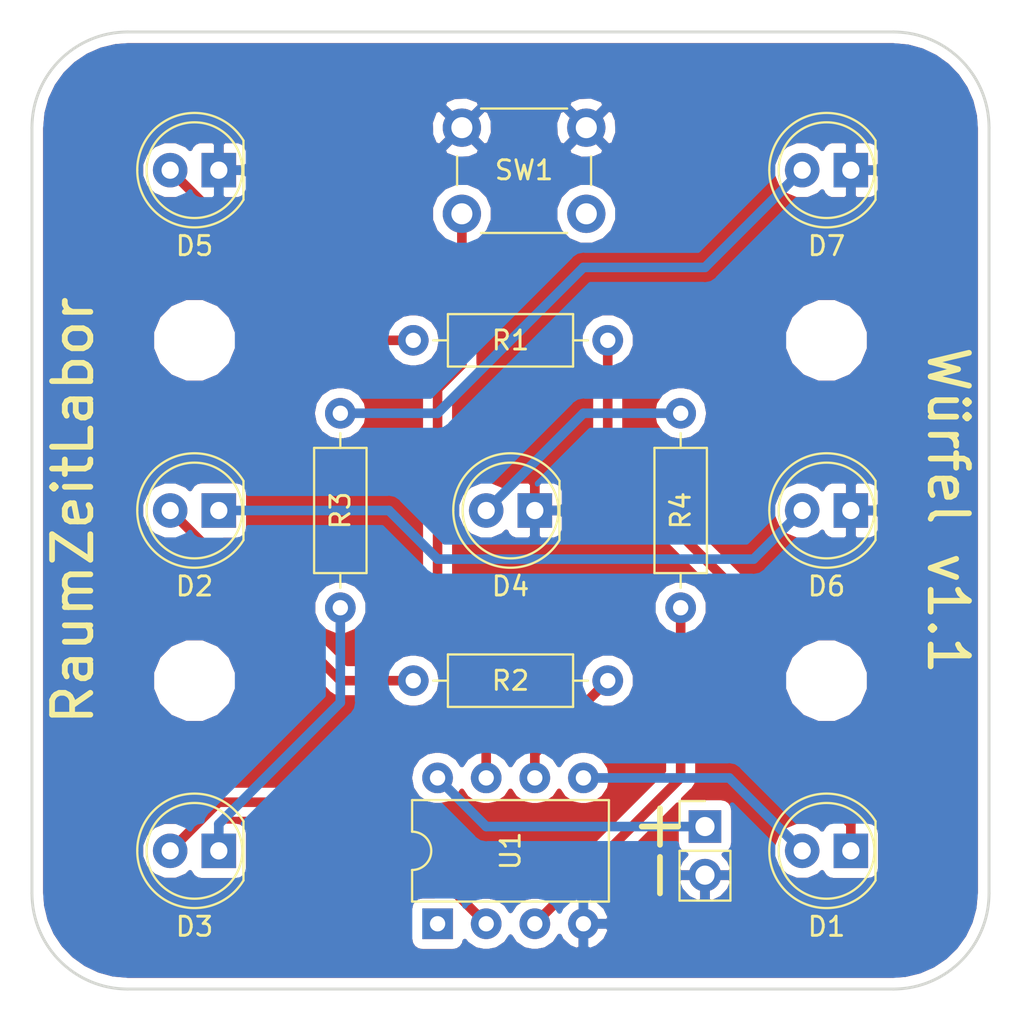
<source format=kicad_pcb>
(kicad_pcb (version 20171130) (host pcbnew "(5.0.0-rc2-166-g03fa645)")

  (general
    (thickness 1.6)
    (drawings 12)
    (tracks 38)
    (zones 0)
    (modules 18)
    (nets 15)
  )

  (page A4)
  (layers
    (0 F.Cu signal)
    (31 B.Cu signal)
    (32 B.Adhes user)
    (33 F.Adhes user)
    (34 B.Paste user)
    (35 F.Paste user)
    (36 B.SilkS user)
    (37 F.SilkS user)
    (38 B.Mask user)
    (39 F.Mask user)
    (40 Dwgs.User user)
    (41 Cmts.User user)
    (42 Eco1.User user)
    (43 Eco2.User user)
    (44 Edge.Cuts user)
    (45 Margin user)
    (46 B.CrtYd user)
    (47 F.CrtYd user)
    (48 B.Fab user)
    (49 F.Fab user)
  )

  (setup
    (last_trace_width 0.5)
    (trace_clearance 0.2)
    (zone_clearance 0.508)
    (zone_45_only no)
    (trace_min 0.2)
    (segment_width 0.2)
    (edge_width 0.15)
    (via_size 0.8)
    (via_drill 0.4)
    (via_min_size 0.4)
    (via_min_drill 0.3)
    (uvia_size 0.3)
    (uvia_drill 0.1)
    (uvias_allowed no)
    (uvia_min_size 0.2)
    (uvia_min_drill 0.1)
    (pcb_text_width 0.3)
    (pcb_text_size 1.5 1.5)
    (mod_edge_width 0.15)
    (mod_text_size 1 1)
    (mod_text_width 0.15)
    (pad_size 1.524 1.524)
    (pad_drill 0.762)
    (pad_to_mask_clearance 0.2)
    (aux_axis_origin 0 0)
    (grid_origin 220 105)
    (visible_elements FFFFFF7F)
    (pcbplotparams
      (layerselection 0x010f0_ffffffff)
      (usegerberextensions false)
      (usegerberattributes false)
      (usegerberadvancedattributes false)
      (creategerberjobfile false)
      (excludeedgelayer true)
      (linewidth 0.100000)
      (plotframeref false)
      (viasonmask false)
      (mode 1)
      (useauxorigin false)
      (hpglpennumber 1)
      (hpglpenspeed 20)
      (hpglpendiameter 15.000000)
      (psnegative false)
      (psa4output false)
      (plotreference true)
      (plotvalue true)
      (plotinvisibletext false)
      (padsonsilk false)
      (subtractmaskfromsilk false)
      (outputformat 1)
      (mirror false)
      (drillshape 0)
      (scaleselection 1)
      (outputdirectory gerber))
  )

  (net 0 "")
  (net 1 VCC)
  (net 2 GND)
  (net 3 "Net-(D1-Pad2)")
  (net 4 "Net-(D1-Pad1)")
  (net 5 "Net-(D2-Pad1)")
  (net 6 "Net-(D2-Pad2)")
  (net 7 "Net-(D3-Pad2)")
  (net 8 "Net-(D3-Pad1)")
  (net 9 "Net-(D4-Pad2)")
  (net 10 "Net-(R2-Pad1)")
  (net 11 "Net-(R4-Pad1)")
  (net 12 "Net-(SW1-Pad2)")
  (net 13 "Net-(D5-Pad2)")
  (net 14 "Net-(D7-Pad2)")

  (net_class Default "This is the default net class."
    (clearance 0.2)
    (trace_width 0.5)
    (via_dia 0.8)
    (via_drill 0.4)
    (uvia_dia 0.3)
    (uvia_drill 0.1)
    (add_net GND)
    (add_net "Net-(D1-Pad1)")
    (add_net "Net-(D1-Pad2)")
    (add_net "Net-(D2-Pad1)")
    (add_net "Net-(D2-Pad2)")
    (add_net "Net-(D3-Pad1)")
    (add_net "Net-(D3-Pad2)")
    (add_net "Net-(D4-Pad2)")
    (add_net "Net-(D5-Pad2)")
    (add_net "Net-(D7-Pad2)")
    (add_net "Net-(R2-Pad1)")
    (add_net "Net-(R4-Pad1)")
    (add_net "Net-(SW1-Pad2)")
    (add_net VCC)
  )

  (module MountingHole:MountingHole_3.2mm_M3_DIN965 (layer F.Cu) (tedit 5B2A1493) (tstamp 5B3F7A35)
    (at 203.49 96.11)
    (descr "Mounting Hole 3.2mm, no annular, M3, DIN965")
    (tags "mounting hole 3.2mm no annular m3 din965")
    (attr virtual)
    (fp_text reference REF** (at 0 -3.8) (layer F.SilkS) hide
      (effects (font (size 1 1) (thickness 0.15)))
    )
    (fp_text value MountingHole_3.2mm_M3_DIN965 (at 0 3.8) (layer F.Fab) hide
      (effects (font (size 1 1) (thickness 0.15)))
    )
    (fp_text user %R (at 0.3 0) (layer F.Fab)
      (effects (font (size 1 1) (thickness 0.15)))
    )
    (fp_circle (center 0 0) (end 2.8 0) (layer Cmts.User) (width 0.15))
    (fp_circle (center 0 0) (end 3.05 0) (layer F.CrtYd) (width 0.05))
    (pad 1 np_thru_hole circle (at 0 0) (size 3.2 3.2) (drill 3.2) (layers *.Cu *.Mask))
  )

  (module MountingHole:MountingHole_3.2mm_M3_DIN965 (layer F.Cu) (tedit 5B2A14A3) (tstamp 5B3F7A27)
    (at 203.49 113.89)
    (descr "Mounting Hole 3.2mm, no annular, M3, DIN965")
    (tags "mounting hole 3.2mm no annular m3 din965")
    (attr virtual)
    (fp_text reference REF** (at 0 -3.8) (layer F.SilkS) hide
      (effects (font (size 1 1) (thickness 0.15)))
    )
    (fp_text value MountingHole_3.2mm_M3_DIN965 (at 0 3.8) (layer F.Fab) hide
      (effects (font (size 1 1) (thickness 0.15)))
    )
    (fp_circle (center 0 0) (end 3.05 0) (layer F.CrtYd) (width 0.05))
    (fp_circle (center 0 0) (end 2.8 0) (layer Cmts.User) (width 0.15))
    (fp_text user %R (at 0.3 0) (layer F.Fab)
      (effects (font (size 1 1) (thickness 0.15)))
    )
    (pad 1 np_thru_hole circle (at 0 0) (size 3.2 3.2) (drill 3.2) (layers *.Cu *.Mask))
  )

  (module MountingHole:MountingHole_3.2mm_M3_DIN965 (layer F.Cu) (tedit 5B2A149D) (tstamp 5B3F7A19)
    (at 236.51 113.89)
    (descr "Mounting Hole 3.2mm, no annular, M3, DIN965")
    (tags "mounting hole 3.2mm no annular m3 din965")
    (attr virtual)
    (fp_text reference REF** (at 0 -3.8) (layer F.SilkS) hide
      (effects (font (size 1 1) (thickness 0.15)))
    )
    (fp_text value MountingHole_3.2mm_M3_DIN965 (at 0 3.8) (layer F.Fab) hide
      (effects (font (size 1 1) (thickness 0.15)))
    )
    (fp_text user %R (at 0.3 0) (layer F.Fab)
      (effects (font (size 1 1) (thickness 0.15)))
    )
    (fp_circle (center 0 0) (end 2.8 0) (layer Cmts.User) (width 0.15))
    (fp_circle (center 0 0) (end 3.05 0) (layer F.CrtYd) (width 0.05))
    (pad 1 np_thru_hole circle (at 0 0) (size 3.2 3.2) (drill 3.2) (layers *.Cu *.Mask))
  )

  (module Connector_PinHeader_2.54mm:PinHeader_1x02_P2.54mm_Vertical (layer F.Cu) (tedit 5B2A5B79) (tstamp 5B2A13DF)
    (at 230.16 121.51)
    (descr "Through hole straight pin header, 1x02, 2.54mm pitch, single row")
    (tags "Through hole pin header THT 1x02 2.54mm single row")
    (path /5B27B43C)
    (fp_text reference BT1 (at 0 -2.33) (layer F.SilkS) hide
      (effects (font (size 1 1) (thickness 0.15)))
    )
    (fp_text value Battery (at 0 4.87) (layer F.Fab)
      (effects (font (size 1 1) (thickness 0.15)))
    )
    (fp_line (start -0.635 -1.27) (end 1.27 -1.27) (layer F.Fab) (width 0.1))
    (fp_line (start 1.27 -1.27) (end 1.27 3.81) (layer F.Fab) (width 0.1))
    (fp_line (start 1.27 3.81) (end -1.27 3.81) (layer F.Fab) (width 0.1))
    (fp_line (start -1.27 3.81) (end -1.27 -0.635) (layer F.Fab) (width 0.1))
    (fp_line (start -1.27 -0.635) (end -0.635 -1.27) (layer F.Fab) (width 0.1))
    (fp_line (start -1.33 3.87) (end 1.33 3.87) (layer F.SilkS) (width 0.12))
    (fp_line (start -1.33 1.27) (end -1.33 3.87) (layer F.SilkS) (width 0.12))
    (fp_line (start 1.33 1.27) (end 1.33 3.87) (layer F.SilkS) (width 0.12))
    (fp_line (start -1.33 1.27) (end 1.33 1.27) (layer F.SilkS) (width 0.12))
    (fp_line (start -1.33 0) (end -1.33 -1.33) (layer F.SilkS) (width 0.12))
    (fp_line (start -1.33 -1.33) (end 0 -1.33) (layer F.SilkS) (width 0.12))
    (fp_line (start -1.8 -1.8) (end -1.8 4.35) (layer F.CrtYd) (width 0.05))
    (fp_line (start -1.8 4.35) (end 1.8 4.35) (layer F.CrtYd) (width 0.05))
    (fp_line (start 1.8 4.35) (end 1.8 -1.8) (layer F.CrtYd) (width 0.05))
    (fp_line (start 1.8 -1.8) (end -1.8 -1.8) (layer F.CrtYd) (width 0.05))
    (fp_text user %R (at 0 1.27 90) (layer F.Fab)
      (effects (font (size 1 1) (thickness 0.15)))
    )
    (pad 1 thru_hole rect (at 0 0) (size 1.7 1.7) (drill 1) (layers *.Cu *.Mask)
      (net 1 VCC))
    (pad 2 thru_hole oval (at 0 2.54) (size 1.7 1.7) (drill 1) (layers *.Cu *.Mask)
      (net 2 GND))
    (model ${KISYS3DMOD}/Connector_PinHeader_2.54mm.3dshapes/PinHeader_1x02_P2.54mm_Vertical.wrl
      (at (xyz 0 0 0))
      (scale (xyz 1 1 1))
      (rotate (xyz 0 0 0))
    )
  )

  (module LED_THT:LED_D5.0mm (layer F.Cu) (tedit 5995936A) (tstamp 5B33E8F8)
    (at 237.78 122.78 180)
    (descr "LED, diameter 5.0mm, 2 pins, http://cdn-reichelt.de/documents/datenblatt/A500/LL-504BC2E-009.pdf")
    (tags "LED diameter 5.0mm 2 pins")
    (path /5B27B5DA)
    (fp_text reference D1 (at 1.27 -3.96 180) (layer F.SilkS)
      (effects (font (size 1 1) (thickness 0.15)))
    )
    (fp_text value LED (at 1.27 3.96 180) (layer F.Fab)
      (effects (font (size 1 1) (thickness 0.15)))
    )
    (fp_text user %R (at 1.25 0 180) (layer F.Fab)
      (effects (font (size 0.8 0.8) (thickness 0.2)))
    )
    (fp_line (start 4.5 -3.25) (end -1.95 -3.25) (layer F.CrtYd) (width 0.05))
    (fp_line (start 4.5 3.25) (end 4.5 -3.25) (layer F.CrtYd) (width 0.05))
    (fp_line (start -1.95 3.25) (end 4.5 3.25) (layer F.CrtYd) (width 0.05))
    (fp_line (start -1.95 -3.25) (end -1.95 3.25) (layer F.CrtYd) (width 0.05))
    (fp_line (start -1.29 -1.545) (end -1.29 1.545) (layer F.SilkS) (width 0.12))
    (fp_line (start -1.23 -1.469694) (end -1.23 1.469694) (layer F.Fab) (width 0.1))
    (fp_circle (center 1.27 0) (end 3.77 0) (layer F.SilkS) (width 0.12))
    (fp_circle (center 1.27 0) (end 3.77 0) (layer F.Fab) (width 0.1))
    (fp_arc (start 1.27 0) (end -1.29 1.54483) (angle -148.9) (layer F.SilkS) (width 0.12))
    (fp_arc (start 1.27 0) (end -1.29 -1.54483) (angle 148.9) (layer F.SilkS) (width 0.12))
    (fp_arc (start 1.27 0) (end -1.23 -1.469694) (angle 299.1) (layer F.Fab) (width 0.1))
    (pad 2 thru_hole circle (at 2.54 0 180) (size 1.8 1.8) (drill 0.9) (layers *.Cu *.Mask)
      (net 3 "Net-(D1-Pad2)"))
    (pad 1 thru_hole rect (at 0 0 180) (size 1.8 1.8) (drill 0.9) (layers *.Cu *.Mask)
      (net 4 "Net-(D1-Pad1)"))
    (model ${KISYS3DMOD}/LED_THT.3dshapes/LED_D5.0mm.wrl
      (at (xyz 0 0 0))
      (scale (xyz 1 1 1))
      (rotate (xyz 0 0 0))
    )
  )

  (module LED_THT:LED_D5.0mm (layer F.Cu) (tedit 5995936A) (tstamp 5B33E90A)
    (at 204.76 105 180)
    (descr "LED, diameter 5.0mm, 2 pins, http://cdn-reichelt.de/documents/datenblatt/A500/LL-504BC2E-009.pdf")
    (tags "LED diameter 5.0mm 2 pins")
    (path /5B27B5B0)
    (fp_text reference D2 (at 1.27 -3.96 180) (layer F.SilkS)
      (effects (font (size 1 1) (thickness 0.15)))
    )
    (fp_text value LED (at 1.27 3.96 180) (layer F.Fab)
      (effects (font (size 1 1) (thickness 0.15)))
    )
    (fp_arc (start 1.27 0) (end -1.23 -1.469694) (angle 299.1) (layer F.Fab) (width 0.1))
    (fp_arc (start 1.27 0) (end -1.29 -1.54483) (angle 148.9) (layer F.SilkS) (width 0.12))
    (fp_arc (start 1.27 0) (end -1.29 1.54483) (angle -148.9) (layer F.SilkS) (width 0.12))
    (fp_circle (center 1.27 0) (end 3.77 0) (layer F.Fab) (width 0.1))
    (fp_circle (center 1.27 0) (end 3.77 0) (layer F.SilkS) (width 0.12))
    (fp_line (start -1.23 -1.469694) (end -1.23 1.469694) (layer F.Fab) (width 0.1))
    (fp_line (start -1.29 -1.545) (end -1.29 1.545) (layer F.SilkS) (width 0.12))
    (fp_line (start -1.95 -3.25) (end -1.95 3.25) (layer F.CrtYd) (width 0.05))
    (fp_line (start -1.95 3.25) (end 4.5 3.25) (layer F.CrtYd) (width 0.05))
    (fp_line (start 4.5 3.25) (end 4.5 -3.25) (layer F.CrtYd) (width 0.05))
    (fp_line (start 4.5 -3.25) (end -1.95 -3.25) (layer F.CrtYd) (width 0.05))
    (fp_text user %R (at 1.25 0 180) (layer F.Fab)
      (effects (font (size 0.8 0.8) (thickness 0.2)))
    )
    (pad 1 thru_hole rect (at 0 0 180) (size 1.8 1.8) (drill 0.9) (layers *.Cu *.Mask)
      (net 5 "Net-(D2-Pad1)"))
    (pad 2 thru_hole circle (at 2.54 0 180) (size 1.8 1.8) (drill 0.9) (layers *.Cu *.Mask)
      (net 6 "Net-(D2-Pad2)"))
    (model ${KISYS3DMOD}/LED_THT.3dshapes/LED_D5.0mm.wrl
      (at (xyz 0 0 0))
      (scale (xyz 1 1 1))
      (rotate (xyz 0 0 0))
    )
  )

  (module LED_THT:LED_D5.0mm (layer F.Cu) (tedit 5995936A) (tstamp 5B33F084)
    (at 204.76 122.78 180)
    (descr "LED, diameter 5.0mm, 2 pins, http://cdn-reichelt.de/documents/datenblatt/A500/LL-504BC2E-009.pdf")
    (tags "LED diameter 5.0mm 2 pins")
    (path /5B27B589)
    (fp_text reference D3 (at 1.27 -3.96 180) (layer F.SilkS)
      (effects (font (size 1 1) (thickness 0.15)))
    )
    (fp_text value LED (at 1.27 3.96 180) (layer F.Fab)
      (effects (font (size 1 1) (thickness 0.15)))
    )
    (fp_text user %R (at 1.25 0 180) (layer F.Fab)
      (effects (font (size 0.8 0.8) (thickness 0.2)))
    )
    (fp_line (start 4.5 -3.25) (end -1.95 -3.25) (layer F.CrtYd) (width 0.05))
    (fp_line (start 4.5 3.25) (end 4.5 -3.25) (layer F.CrtYd) (width 0.05))
    (fp_line (start -1.95 3.25) (end 4.5 3.25) (layer F.CrtYd) (width 0.05))
    (fp_line (start -1.95 -3.25) (end -1.95 3.25) (layer F.CrtYd) (width 0.05))
    (fp_line (start -1.29 -1.545) (end -1.29 1.545) (layer F.SilkS) (width 0.12))
    (fp_line (start -1.23 -1.469694) (end -1.23 1.469694) (layer F.Fab) (width 0.1))
    (fp_circle (center 1.27 0) (end 3.77 0) (layer F.SilkS) (width 0.12))
    (fp_circle (center 1.27 0) (end 3.77 0) (layer F.Fab) (width 0.1))
    (fp_arc (start 1.27 0) (end -1.29 1.54483) (angle -148.9) (layer F.SilkS) (width 0.12))
    (fp_arc (start 1.27 0) (end -1.29 -1.54483) (angle 148.9) (layer F.SilkS) (width 0.12))
    (fp_arc (start 1.27 0) (end -1.23 -1.469694) (angle 299.1) (layer F.Fab) (width 0.1))
    (pad 2 thru_hole circle (at 2.54 0 180) (size 1.8 1.8) (drill 0.9) (layers *.Cu *.Mask)
      (net 7 "Net-(D3-Pad2)"))
    (pad 1 thru_hole rect (at 0 0 180) (size 1.8 1.8) (drill 0.9) (layers *.Cu *.Mask)
      (net 8 "Net-(D3-Pad1)"))
    (model ${KISYS3DMOD}/LED_THT.3dshapes/LED_D5.0mm.wrl
      (at (xyz 0 0 0))
      (scale (xyz 1 1 1))
      (rotate (xyz 0 0 0))
    )
  )

  (module LED_THT:LED_D5.0mm (layer F.Cu) (tedit 5995936A) (tstamp 5B33E92E)
    (at 221.27 105 180)
    (descr "LED, diameter 5.0mm, 2 pins, http://cdn-reichelt.de/documents/datenblatt/A500/LL-504BC2E-009.pdf")
    (tags "LED diameter 5.0mm 2 pins")
    (path /5B27B4BE)
    (fp_text reference D4 (at 1.27 -3.96 180) (layer F.SilkS)
      (effects (font (size 1 1) (thickness 0.15)))
    )
    (fp_text value LED (at 1.27 3.96 180) (layer F.Fab)
      (effects (font (size 1 1) (thickness 0.15)))
    )
    (fp_arc (start 1.27 0) (end -1.23 -1.469694) (angle 299.1) (layer F.Fab) (width 0.1))
    (fp_arc (start 1.27 0) (end -1.29 -1.54483) (angle 148.9) (layer F.SilkS) (width 0.12))
    (fp_arc (start 1.27 0) (end -1.29 1.54483) (angle -148.9) (layer F.SilkS) (width 0.12))
    (fp_circle (center 1.27 0) (end 3.77 0) (layer F.Fab) (width 0.1))
    (fp_circle (center 1.27 0) (end 3.77 0) (layer F.SilkS) (width 0.12))
    (fp_line (start -1.23 -1.469694) (end -1.23 1.469694) (layer F.Fab) (width 0.1))
    (fp_line (start -1.29 -1.545) (end -1.29 1.545) (layer F.SilkS) (width 0.12))
    (fp_line (start -1.95 -3.25) (end -1.95 3.25) (layer F.CrtYd) (width 0.05))
    (fp_line (start -1.95 3.25) (end 4.5 3.25) (layer F.CrtYd) (width 0.05))
    (fp_line (start 4.5 3.25) (end 4.5 -3.25) (layer F.CrtYd) (width 0.05))
    (fp_line (start 4.5 -3.25) (end -1.95 -3.25) (layer F.CrtYd) (width 0.05))
    (fp_text user %R (at 1.25 0 180) (layer F.Fab)
      (effects (font (size 0.8 0.8) (thickness 0.2)))
    )
    (pad 1 thru_hole rect (at 0 0 180) (size 1.8 1.8) (drill 0.9) (layers *.Cu *.Mask)
      (net 2 GND))
    (pad 2 thru_hole circle (at 2.54 0 180) (size 1.8 1.8) (drill 0.9) (layers *.Cu *.Mask)
      (net 9 "Net-(D4-Pad2)"))
    (model ${KISYS3DMOD}/LED_THT.3dshapes/LED_D5.0mm.wrl
      (at (xyz 0 0 0))
      (scale (xyz 1 1 1))
      (rotate (xyz 0 0 0))
    )
  )

  (module LED_THT:LED_D5.0mm (layer F.Cu) (tedit 5995936A) (tstamp 5B33F442)
    (at 204.76 87.22 180)
    (descr "LED, diameter 5.0mm, 2 pins, http://cdn-reichelt.de/documents/datenblatt/A500/LL-504BC2E-009.pdf")
    (tags "LED diameter 5.0mm 2 pins")
    (path /5B27B604)
    (fp_text reference D5 (at 1.27 -3.96 180) (layer F.SilkS)
      (effects (font (size 1 1) (thickness 0.15)))
    )
    (fp_text value LED (at 1.27 3.96 180) (layer F.Fab)
      (effects (font (size 1 1) (thickness 0.15)))
    )
    (fp_arc (start 1.27 0) (end -1.23 -1.469694) (angle 299.1) (layer F.Fab) (width 0.1))
    (fp_arc (start 1.27 0) (end -1.29 -1.54483) (angle 148.9) (layer F.SilkS) (width 0.12))
    (fp_arc (start 1.27 0) (end -1.29 1.54483) (angle -148.9) (layer F.SilkS) (width 0.12))
    (fp_circle (center 1.27 0) (end 3.77 0) (layer F.Fab) (width 0.1))
    (fp_circle (center 1.27 0) (end 3.77 0) (layer F.SilkS) (width 0.12))
    (fp_line (start -1.23 -1.469694) (end -1.23 1.469694) (layer F.Fab) (width 0.1))
    (fp_line (start -1.29 -1.545) (end -1.29 1.545) (layer F.SilkS) (width 0.12))
    (fp_line (start -1.95 -3.25) (end -1.95 3.25) (layer F.CrtYd) (width 0.05))
    (fp_line (start -1.95 3.25) (end 4.5 3.25) (layer F.CrtYd) (width 0.05))
    (fp_line (start 4.5 3.25) (end 4.5 -3.25) (layer F.CrtYd) (width 0.05))
    (fp_line (start 4.5 -3.25) (end -1.95 -3.25) (layer F.CrtYd) (width 0.05))
    (fp_text user %R (at 1.25 0 180) (layer F.Fab)
      (effects (font (size 0.8 0.8) (thickness 0.2)))
    )
    (pad 1 thru_hole rect (at 0 0 180) (size 1.8 1.8) (drill 0.9) (layers *.Cu *.Mask)
      (net 2 GND))
    (pad 2 thru_hole circle (at 2.54 0 180) (size 1.8 1.8) (drill 0.9) (layers *.Cu *.Mask)
      (net 13 "Net-(D5-Pad2)"))
    (model ${KISYS3DMOD}/LED_THT.3dshapes/LED_D5.0mm.wrl
      (at (xyz 0 0 0))
      (scale (xyz 1 1 1))
      (rotate (xyz 0 0 0))
    )
  )

  (module LED_THT:LED_D5.0mm (layer F.Cu) (tedit 5995936A) (tstamp 5B33E952)
    (at 237.78 105 180)
    (descr "LED, diameter 5.0mm, 2 pins, http://cdn-reichelt.de/documents/datenblatt/A500/LL-504BC2E-009.pdf")
    (tags "LED diameter 5.0mm 2 pins")
    (path /5B27B62E)
    (fp_text reference D6 (at 1.27 -3.96 180) (layer F.SilkS)
      (effects (font (size 1 1) (thickness 0.15)))
    )
    (fp_text value LED (at 1.27 3.96 180) (layer F.Fab)
      (effects (font (size 1 1) (thickness 0.15)))
    )
    (fp_text user %R (at 1.25 0 180) (layer F.Fab)
      (effects (font (size 0.8 0.8) (thickness 0.2)))
    )
    (fp_line (start 4.5 -3.25) (end -1.95 -3.25) (layer F.CrtYd) (width 0.05))
    (fp_line (start 4.5 3.25) (end 4.5 -3.25) (layer F.CrtYd) (width 0.05))
    (fp_line (start -1.95 3.25) (end 4.5 3.25) (layer F.CrtYd) (width 0.05))
    (fp_line (start -1.95 -3.25) (end -1.95 3.25) (layer F.CrtYd) (width 0.05))
    (fp_line (start -1.29 -1.545) (end -1.29 1.545) (layer F.SilkS) (width 0.12))
    (fp_line (start -1.23 -1.469694) (end -1.23 1.469694) (layer F.Fab) (width 0.1))
    (fp_circle (center 1.27 0) (end 3.77 0) (layer F.SilkS) (width 0.12))
    (fp_circle (center 1.27 0) (end 3.77 0) (layer F.Fab) (width 0.1))
    (fp_arc (start 1.27 0) (end -1.29 1.54483) (angle -148.9) (layer F.SilkS) (width 0.12))
    (fp_arc (start 1.27 0) (end -1.29 -1.54483) (angle 148.9) (layer F.SilkS) (width 0.12))
    (fp_arc (start 1.27 0) (end -1.23 -1.469694) (angle 299.1) (layer F.Fab) (width 0.1))
    (pad 2 thru_hole circle (at 2.54 0 180) (size 1.8 1.8) (drill 0.9) (layers *.Cu *.Mask)
      (net 5 "Net-(D2-Pad1)"))
    (pad 1 thru_hole rect (at 0 0 180) (size 1.8 1.8) (drill 0.9) (layers *.Cu *.Mask)
      (net 2 GND))
    (model ${KISYS3DMOD}/LED_THT.3dshapes/LED_D5.0mm.wrl
      (at (xyz 0 0 0))
      (scale (xyz 1 1 1))
      (rotate (xyz 0 0 0))
    )
  )

  (module LED_THT:LED_D5.0mm (layer F.Cu) (tedit 5995936A) (tstamp 5B33E964)
    (at 237.78 87.22 180)
    (descr "LED, diameter 5.0mm, 2 pins, http://cdn-reichelt.de/documents/datenblatt/A500/LL-504BC2E-009.pdf")
    (tags "LED diameter 5.0mm 2 pins")
    (path /5B27B65D)
    (fp_text reference D7 (at 1.27 -3.96 180) (layer F.SilkS)
      (effects (font (size 1 1) (thickness 0.15)))
    )
    (fp_text value LED (at 1.27 3.96 180) (layer F.Fab)
      (effects (font (size 1 1) (thickness 0.15)))
    )
    (fp_arc (start 1.27 0) (end -1.23 -1.469694) (angle 299.1) (layer F.Fab) (width 0.1))
    (fp_arc (start 1.27 0) (end -1.29 -1.54483) (angle 148.9) (layer F.SilkS) (width 0.12))
    (fp_arc (start 1.27 0) (end -1.29 1.54483) (angle -148.9) (layer F.SilkS) (width 0.12))
    (fp_circle (center 1.27 0) (end 3.77 0) (layer F.Fab) (width 0.1))
    (fp_circle (center 1.27 0) (end 3.77 0) (layer F.SilkS) (width 0.12))
    (fp_line (start -1.23 -1.469694) (end -1.23 1.469694) (layer F.Fab) (width 0.1))
    (fp_line (start -1.29 -1.545) (end -1.29 1.545) (layer F.SilkS) (width 0.12))
    (fp_line (start -1.95 -3.25) (end -1.95 3.25) (layer F.CrtYd) (width 0.05))
    (fp_line (start -1.95 3.25) (end 4.5 3.25) (layer F.CrtYd) (width 0.05))
    (fp_line (start 4.5 3.25) (end 4.5 -3.25) (layer F.CrtYd) (width 0.05))
    (fp_line (start 4.5 -3.25) (end -1.95 -3.25) (layer F.CrtYd) (width 0.05))
    (fp_text user %R (at 1.25 0 180) (layer F.Fab)
      (effects (font (size 0.8 0.8) (thickness 0.2)))
    )
    (pad 1 thru_hole rect (at 0 0 180) (size 1.8 1.8) (drill 0.9) (layers *.Cu *.Mask)
      (net 2 GND))
    (pad 2 thru_hole circle (at 2.54 0 180) (size 1.8 1.8) (drill 0.9) (layers *.Cu *.Mask)
      (net 14 "Net-(D7-Pad2)"))
    (model ${KISYS3DMOD}/LED_THT.3dshapes/LED_D5.0mm.wrl
      (at (xyz 0 0 0))
      (scale (xyz 1 1 1))
      (rotate (xyz 0 0 0))
    )
  )

  (module Resistor_THT:R_Axial_DIN0207_L6.3mm_D2.5mm_P10.16mm_Horizontal (layer F.Cu) (tedit 5B2A5D9E) (tstamp 5B33E97B)
    (at 225.08 96.11 180)
    (descr "Resistor, Axial_DIN0207 series, Axial, Horizontal, pin pitch=10.16mm, 0.25W = 1/4W, length*diameter=6.3*2.5mm^2, http://cdn-reichelt.de/documents/datenblatt/B400/1_4W%23YAG.pdf")
    (tags "Resistor Axial_DIN0207 series Axial Horizontal pin pitch 10.16mm 0.25W = 1/4W length 6.3mm diameter 2.5mm")
    (path /5B27B566)
    (fp_text reference R1 (at 5.08 0 180) (layer F.SilkS)
      (effects (font (size 1 1) (thickness 0.15)))
    )
    (fp_text value R (at 5.08 2.37 180) (layer F.Fab) hide
      (effects (font (size 1 1) (thickness 0.15)))
    )
    (fp_text user %R (at 5.08 0 180) (layer F.Fab)
      (effects (font (size 1 1) (thickness 0.15)))
    )
    (fp_line (start 11.21 -1.5) (end -1.05 -1.5) (layer F.CrtYd) (width 0.05))
    (fp_line (start 11.21 1.5) (end 11.21 -1.5) (layer F.CrtYd) (width 0.05))
    (fp_line (start -1.05 1.5) (end 11.21 1.5) (layer F.CrtYd) (width 0.05))
    (fp_line (start -1.05 -1.5) (end -1.05 1.5) (layer F.CrtYd) (width 0.05))
    (fp_line (start 9.12 0) (end 8.35 0) (layer F.SilkS) (width 0.12))
    (fp_line (start 1.04 0) (end 1.81 0) (layer F.SilkS) (width 0.12))
    (fp_line (start 8.35 -1.37) (end 1.81 -1.37) (layer F.SilkS) (width 0.12))
    (fp_line (start 8.35 1.37) (end 8.35 -1.37) (layer F.SilkS) (width 0.12))
    (fp_line (start 1.81 1.37) (end 8.35 1.37) (layer F.SilkS) (width 0.12))
    (fp_line (start 1.81 -1.37) (end 1.81 1.37) (layer F.SilkS) (width 0.12))
    (fp_line (start 10.16 0) (end 8.23 0) (layer F.Fab) (width 0.1))
    (fp_line (start 0 0) (end 1.93 0) (layer F.Fab) (width 0.1))
    (fp_line (start 8.23 -1.25) (end 1.93 -1.25) (layer F.Fab) (width 0.1))
    (fp_line (start 8.23 1.25) (end 8.23 -1.25) (layer F.Fab) (width 0.1))
    (fp_line (start 1.93 1.25) (end 8.23 1.25) (layer F.Fab) (width 0.1))
    (fp_line (start 1.93 -1.25) (end 1.93 1.25) (layer F.Fab) (width 0.1))
    (pad 2 thru_hole oval (at 10.16 0 180) (size 1.6 1.6) (drill 0.8) (layers *.Cu *.Mask)
      (net 13 "Net-(D5-Pad2)"))
    (pad 1 thru_hole circle (at 0 0 180) (size 1.6 1.6) (drill 0.8) (layers *.Cu *.Mask)
      (net 4 "Net-(D1-Pad1)"))
    (model ${KISYS3DMOD}/Resistor_THT.3dshapes/R_Axial_DIN0207_L6.3mm_D2.5mm_P10.16mm_Horizontal.wrl
      (at (xyz 0 0 0))
      (scale (xyz 1 1 1))
      (rotate (xyz 0 0 0))
    )
  )

  (module Resistor_THT:R_Axial_DIN0207_L6.3mm_D2.5mm_P10.16mm_Horizontal (layer F.Cu) (tedit 5B2A1917) (tstamp 5B2A1309)
    (at 225.08 113.89 180)
    (descr "Resistor, Axial_DIN0207 series, Axial, Horizontal, pin pitch=10.16mm, 0.25W = 1/4W, length*diameter=6.3*2.5mm^2, http://cdn-reichelt.de/documents/datenblatt/B400/1_4W%23YAG.pdf")
    (tags "Resistor Axial_DIN0207 series Axial Horizontal pin pitch 10.16mm 0.25W = 1/4W length 6.3mm diameter 2.5mm")
    (path /5B27B541)
    (fp_text reference R2 (at 5.08 0 180) (layer F.SilkS)
      (effects (font (size 1 1) (thickness 0.15)))
    )
    (fp_text value R (at 5.08 2.37 180) (layer F.Fab) hide
      (effects (font (size 1 1) (thickness 0.15)))
    )
    (fp_line (start 1.93 -1.25) (end 1.93 1.25) (layer F.Fab) (width 0.1))
    (fp_line (start 1.93 1.25) (end 8.23 1.25) (layer F.Fab) (width 0.1))
    (fp_line (start 8.23 1.25) (end 8.23 -1.25) (layer F.Fab) (width 0.1))
    (fp_line (start 8.23 -1.25) (end 1.93 -1.25) (layer F.Fab) (width 0.1))
    (fp_line (start 0 0) (end 1.93 0) (layer F.Fab) (width 0.1))
    (fp_line (start 10.16 0) (end 8.23 0) (layer F.Fab) (width 0.1))
    (fp_line (start 1.81 -1.37) (end 1.81 1.37) (layer F.SilkS) (width 0.12))
    (fp_line (start 1.81 1.37) (end 8.35 1.37) (layer F.SilkS) (width 0.12))
    (fp_line (start 8.35 1.37) (end 8.35 -1.37) (layer F.SilkS) (width 0.12))
    (fp_line (start 8.35 -1.37) (end 1.81 -1.37) (layer F.SilkS) (width 0.12))
    (fp_line (start 1.04 0) (end 1.81 0) (layer F.SilkS) (width 0.12))
    (fp_line (start 9.12 0) (end 8.35 0) (layer F.SilkS) (width 0.12))
    (fp_line (start -1.05 -1.5) (end -1.05 1.5) (layer F.CrtYd) (width 0.05))
    (fp_line (start -1.05 1.5) (end 11.21 1.5) (layer F.CrtYd) (width 0.05))
    (fp_line (start 11.21 1.5) (end 11.21 -1.5) (layer F.CrtYd) (width 0.05))
    (fp_line (start 11.21 -1.5) (end -1.05 -1.5) (layer F.CrtYd) (width 0.05))
    (fp_text user %R (at 5.08 0 180) (layer F.Fab) hide
      (effects (font (size 1 1) (thickness 0.15)))
    )
    (pad 1 thru_hole circle (at 0 0 180) (size 1.6 1.6) (drill 0.8) (layers *.Cu *.Mask)
      (net 10 "Net-(R2-Pad1)"))
    (pad 2 thru_hole oval (at 10.16 0 180) (size 1.6 1.6) (drill 0.8) (layers *.Cu *.Mask)
      (net 6 "Net-(D2-Pad2)"))
    (model ${KISYS3DMOD}/Resistor_THT.3dshapes/R_Axial_DIN0207_L6.3mm_D2.5mm_P10.16mm_Horizontal.wrl
      (at (xyz 0 0 0))
      (scale (xyz 1 1 1))
      (rotate (xyz 0 0 0))
    )
  )

  (module Resistor_THT:R_Axial_DIN0207_L6.3mm_D2.5mm_P10.16mm_Horizontal (layer F.Cu) (tedit 5B2A5DA8) (tstamp 5B294E88)
    (at 211.11 110.08 90)
    (descr "Resistor, Axial_DIN0207 series, Axial, Horizontal, pin pitch=10.16mm, 0.25W = 1/4W, length*diameter=6.3*2.5mm^2, http://cdn-reichelt.de/documents/datenblatt/B400/1_4W%23YAG.pdf")
    (tags "Resistor Axial_DIN0207 series Axial Horizontal pin pitch 10.16mm 0.25W = 1/4W length 6.3mm diameter 2.5mm")
    (path /5B27B521)
    (fp_text reference R3 (at 5.08 0 90) (layer F.SilkS)
      (effects (font (size 1 1) (thickness 0.15)))
    )
    (fp_text value R (at 5.08 2.37 90) (layer F.Fab) hide
      (effects (font (size 1 1) (thickness 0.15)))
    )
    (fp_text user %R (at 5.08 0 90) (layer F.Fab)
      (effects (font (size 1 1) (thickness 0.15)))
    )
    (fp_line (start 11.21 -1.5) (end -1.05 -1.5) (layer F.CrtYd) (width 0.05))
    (fp_line (start 11.21 1.5) (end 11.21 -1.5) (layer F.CrtYd) (width 0.05))
    (fp_line (start -1.05 1.5) (end 11.21 1.5) (layer F.CrtYd) (width 0.05))
    (fp_line (start -1.05 -1.5) (end -1.05 1.5) (layer F.CrtYd) (width 0.05))
    (fp_line (start 9.12 0) (end 8.35 0) (layer F.SilkS) (width 0.12))
    (fp_line (start 1.04 0) (end 1.81 0) (layer F.SilkS) (width 0.12))
    (fp_line (start 8.35 -1.37) (end 1.81 -1.37) (layer F.SilkS) (width 0.12))
    (fp_line (start 8.35 1.37) (end 8.35 -1.37) (layer F.SilkS) (width 0.12))
    (fp_line (start 1.81 1.37) (end 8.35 1.37) (layer F.SilkS) (width 0.12))
    (fp_line (start 1.81 -1.37) (end 1.81 1.37) (layer F.SilkS) (width 0.12))
    (fp_line (start 10.16 0) (end 8.23 0) (layer F.Fab) (width 0.1))
    (fp_line (start 0 0) (end 1.93 0) (layer F.Fab) (width 0.1))
    (fp_line (start 8.23 -1.25) (end 1.93 -1.25) (layer F.Fab) (width 0.1))
    (fp_line (start 8.23 1.25) (end 8.23 -1.25) (layer F.Fab) (width 0.1))
    (fp_line (start 1.93 1.25) (end 8.23 1.25) (layer F.Fab) (width 0.1))
    (fp_line (start 1.93 -1.25) (end 1.93 1.25) (layer F.Fab) (width 0.1))
    (pad 2 thru_hole oval (at 10.16 0 90) (size 1.6 1.6) (drill 0.8) (layers *.Cu *.Mask)
      (net 14 "Net-(D7-Pad2)"))
    (pad 1 thru_hole circle (at 0 0 90) (size 1.6 1.6) (drill 0.8) (layers *.Cu *.Mask)
      (net 8 "Net-(D3-Pad1)"))
    (model ${KISYS3DMOD}/Resistor_THT.3dshapes/R_Axial_DIN0207_L6.3mm_D2.5mm_P10.16mm_Horizontal.wrl
      (at (xyz 0 0 0))
      (scale (xyz 1 1 1))
      (rotate (xyz 0 0 0))
    )
  )

  (module Resistor_THT:R_Axial_DIN0207_L6.3mm_D2.5mm_P10.16mm_Horizontal (layer F.Cu) (tedit 5B2A5D97) (tstamp 5B2A0E6C)
    (at 228.89 110.08 90)
    (descr "Resistor, Axial_DIN0207 series, Axial, Horizontal, pin pitch=10.16mm, 0.25W = 1/4W, length*diameter=6.3*2.5mm^2, http://cdn-reichelt.de/documents/datenblatt/B400/1_4W%23YAG.pdf")
    (tags "Resistor Axial_DIN0207 series Axial Horizontal pin pitch 10.16mm 0.25W = 1/4W length 6.3mm diameter 2.5mm")
    (path /5B27B1FD)
    (fp_text reference R4 (at 5.08 0 90) (layer F.SilkS)
      (effects (font (size 1 1) (thickness 0.15)))
    )
    (fp_text value R (at 5.08 2.37 90) (layer F.Fab) hide
      (effects (font (size 1 1) (thickness 0.15)))
    )
    (fp_line (start 1.93 -1.25) (end 1.93 1.25) (layer F.Fab) (width 0.1))
    (fp_line (start 1.93 1.25) (end 8.23 1.25) (layer F.Fab) (width 0.1))
    (fp_line (start 8.23 1.25) (end 8.23 -1.25) (layer F.Fab) (width 0.1))
    (fp_line (start 8.23 -1.25) (end 1.93 -1.25) (layer F.Fab) (width 0.1))
    (fp_line (start 0 0) (end 1.93 0) (layer F.Fab) (width 0.1))
    (fp_line (start 10.16 0) (end 8.23 0) (layer F.Fab) (width 0.1))
    (fp_line (start 1.81 -1.37) (end 1.81 1.37) (layer F.SilkS) (width 0.12))
    (fp_line (start 1.81 1.37) (end 8.35 1.37) (layer F.SilkS) (width 0.12))
    (fp_line (start 8.35 1.37) (end 8.35 -1.37) (layer F.SilkS) (width 0.12))
    (fp_line (start 8.35 -1.37) (end 1.81 -1.37) (layer F.SilkS) (width 0.12))
    (fp_line (start 1.04 0) (end 1.81 0) (layer F.SilkS) (width 0.12))
    (fp_line (start 9.12 0) (end 8.35 0) (layer F.SilkS) (width 0.12))
    (fp_line (start -1.05 -1.5) (end -1.05 1.5) (layer F.CrtYd) (width 0.05))
    (fp_line (start -1.05 1.5) (end 11.21 1.5) (layer F.CrtYd) (width 0.05))
    (fp_line (start 11.21 1.5) (end 11.21 -1.5) (layer F.CrtYd) (width 0.05))
    (fp_line (start 11.21 -1.5) (end -1.05 -1.5) (layer F.CrtYd) (width 0.05))
    (fp_text user %R (at 5.08 0 90) (layer F.Fab)
      (effects (font (size 1 1) (thickness 0.15)))
    )
    (pad 1 thru_hole circle (at 0 0 90) (size 1.6 1.6) (drill 0.8) (layers *.Cu *.Mask)
      (net 11 "Net-(R4-Pad1)"))
    (pad 2 thru_hole oval (at 10.16 0 90) (size 1.6 1.6) (drill 0.8) (layers *.Cu *.Mask)
      (net 9 "Net-(D4-Pad2)"))
    (model ${KISYS3DMOD}/Resistor_THT.3dshapes/R_Axial_DIN0207_L6.3mm_D2.5mm_P10.16mm_Horizontal.wrl
      (at (xyz 0 0 0))
      (scale (xyz 1 1 1))
      (rotate (xyz 0 0 0))
    )
  )

  (module Button_Switch_THT:SW_PUSH_6mm (layer F.Cu) (tedit 5B2A1923) (tstamp 5B33EDEE)
    (at 217.46 85)
    (descr https://www.omron.com/ecb/products/pdf/en-b3f.pdf)
    (tags "tact sw push 6mm")
    (path /5B27B2B0)
    (fp_text reference SW1 (at 3.25 2.22) (layer F.SilkS)
      (effects (font (size 1 1) (thickness 0.15)))
    )
    (fp_text value SW_Push (at 3.75 6.7) (layer F.Fab) hide
      (effects (font (size 1 1) (thickness 0.15)))
    )
    (fp_text user %R (at 3.25 2.25) (layer F.Fab)
      (effects (font (size 1 1) (thickness 0.15)))
    )
    (fp_line (start 3.25 -0.75) (end 6.25 -0.75) (layer F.Fab) (width 0.1))
    (fp_line (start 6.25 -0.75) (end 6.25 5.25) (layer F.Fab) (width 0.1))
    (fp_line (start 6.25 5.25) (end 0.25 5.25) (layer F.Fab) (width 0.1))
    (fp_line (start 0.25 5.25) (end 0.25 -0.75) (layer F.Fab) (width 0.1))
    (fp_line (start 0.25 -0.75) (end 3.25 -0.75) (layer F.Fab) (width 0.1))
    (fp_line (start 7.75 6) (end 8 6) (layer F.CrtYd) (width 0.05))
    (fp_line (start 8 6) (end 8 5.75) (layer F.CrtYd) (width 0.05))
    (fp_line (start 7.75 -1.5) (end 8 -1.5) (layer F.CrtYd) (width 0.05))
    (fp_line (start 8 -1.5) (end 8 -1.25) (layer F.CrtYd) (width 0.05))
    (fp_line (start -1.5 -1.25) (end -1.5 -1.5) (layer F.CrtYd) (width 0.05))
    (fp_line (start -1.5 -1.5) (end -1.25 -1.5) (layer F.CrtYd) (width 0.05))
    (fp_line (start -1.5 5.75) (end -1.5 6) (layer F.CrtYd) (width 0.05))
    (fp_line (start -1.5 6) (end -1.25 6) (layer F.CrtYd) (width 0.05))
    (fp_line (start -1.25 -1.5) (end 7.75 -1.5) (layer F.CrtYd) (width 0.05))
    (fp_line (start -1.5 5.75) (end -1.5 -1.25) (layer F.CrtYd) (width 0.05))
    (fp_line (start 7.75 6) (end -1.25 6) (layer F.CrtYd) (width 0.05))
    (fp_line (start 8 -1.25) (end 8 5.75) (layer F.CrtYd) (width 0.05))
    (fp_line (start 1 5.5) (end 5.5 5.5) (layer F.SilkS) (width 0.12))
    (fp_line (start -0.25 1.5) (end -0.25 3) (layer F.SilkS) (width 0.12))
    (fp_line (start 5.5 -1) (end 1 -1) (layer F.SilkS) (width 0.12))
    (fp_line (start 6.75 3) (end 6.75 1.5) (layer F.SilkS) (width 0.12))
    (fp_circle (center 3.25 2.25) (end 1.25 2.5) (layer F.Fab) (width 0.1))
    (pad 2 thru_hole circle (at 0 4.5 90) (size 2 2) (drill 1.1) (layers *.Cu *.Mask)
      (net 12 "Net-(SW1-Pad2)"))
    (pad 1 thru_hole circle (at 0 0 90) (size 2 2) (drill 1.1) (layers *.Cu *.Mask)
      (net 2 GND))
    (pad 2 thru_hole circle (at 6.5 4.5 90) (size 2 2) (drill 1.1) (layers *.Cu *.Mask)
      (net 12 "Net-(SW1-Pad2)"))
    (pad 1 thru_hole circle (at 6.5 0 90) (size 2 2) (drill 1.1) (layers *.Cu *.Mask)
      (net 2 GND))
    (model ${KISYS3DMOD}/Button_Switch_THT.3dshapes/SW_PUSH_6mm.wrl
      (at (xyz 0 0 0))
      (scale (xyz 1 1 1))
      (rotate (xyz 0 0 0))
    )
  )

  (module Package_DIP:DIP-8_W7.62mm (layer F.Cu) (tedit 5A02E8C5) (tstamp 5B33F5D3)
    (at 216.19 126.59 90)
    (descr "8-lead though-hole mounted DIP package, row spacing 7.62 mm (300 mils)")
    (tags "THT DIP DIL PDIP 2.54mm 7.62mm 300mil")
    (path /5B27B1A2)
    (fp_text reference U1 (at 3.81 3.81 90) (layer F.SilkS)
      (effects (font (size 1 1) (thickness 0.15)))
    )
    (fp_text value ATTINY85-20PU (at 3.81 9.95 90) (layer F.Fab)
      (effects (font (size 1 1) (thickness 0.15)))
    )
    (fp_arc (start 3.81 -1.33) (end 2.81 -1.33) (angle -180) (layer F.SilkS) (width 0.12))
    (fp_line (start 1.635 -1.27) (end 6.985 -1.27) (layer F.Fab) (width 0.1))
    (fp_line (start 6.985 -1.27) (end 6.985 8.89) (layer F.Fab) (width 0.1))
    (fp_line (start 6.985 8.89) (end 0.635 8.89) (layer F.Fab) (width 0.1))
    (fp_line (start 0.635 8.89) (end 0.635 -0.27) (layer F.Fab) (width 0.1))
    (fp_line (start 0.635 -0.27) (end 1.635 -1.27) (layer F.Fab) (width 0.1))
    (fp_line (start 2.81 -1.33) (end 1.16 -1.33) (layer F.SilkS) (width 0.12))
    (fp_line (start 1.16 -1.33) (end 1.16 8.95) (layer F.SilkS) (width 0.12))
    (fp_line (start 1.16 8.95) (end 6.46 8.95) (layer F.SilkS) (width 0.12))
    (fp_line (start 6.46 8.95) (end 6.46 -1.33) (layer F.SilkS) (width 0.12))
    (fp_line (start 6.46 -1.33) (end 4.81 -1.33) (layer F.SilkS) (width 0.12))
    (fp_line (start -1.1 -1.55) (end -1.1 9.15) (layer F.CrtYd) (width 0.05))
    (fp_line (start -1.1 9.15) (end 8.7 9.15) (layer F.CrtYd) (width 0.05))
    (fp_line (start 8.7 9.15) (end 8.7 -1.55) (layer F.CrtYd) (width 0.05))
    (fp_line (start 8.7 -1.55) (end -1.1 -1.55) (layer F.CrtYd) (width 0.05))
    (fp_text user %R (at 3.81 3.81 90) (layer F.Fab)
      (effects (font (size 1 1) (thickness 0.15)))
    )
    (pad 1 thru_hole rect (at 0 0 90) (size 1.6 1.6) (drill 0.8) (layers *.Cu *.Mask))
    (pad 5 thru_hole oval (at 7.62 7.62 90) (size 1.6 1.6) (drill 0.8) (layers *.Cu *.Mask)
      (net 3 "Net-(D1-Pad2)"))
    (pad 2 thru_hole oval (at 0 2.54 90) (size 1.6 1.6) (drill 0.8) (layers *.Cu *.Mask)
      (net 7 "Net-(D3-Pad2)"))
    (pad 6 thru_hole oval (at 7.62 5.08 90) (size 1.6 1.6) (drill 0.8) (layers *.Cu *.Mask)
      (net 10 "Net-(R2-Pad1)"))
    (pad 3 thru_hole oval (at 0 5.08 90) (size 1.6 1.6) (drill 0.8) (layers *.Cu *.Mask)
      (net 11 "Net-(R4-Pad1)"))
    (pad 7 thru_hole oval (at 7.62 2.54 90) (size 1.6 1.6) (drill 0.8) (layers *.Cu *.Mask)
      (net 12 "Net-(SW1-Pad2)"))
    (pad 4 thru_hole oval (at 0 7.62 90) (size 1.6 1.6) (drill 0.8) (layers *.Cu *.Mask)
      (net 2 GND))
    (pad 8 thru_hole oval (at 7.62 0 90) (size 1.6 1.6) (drill 0.8) (layers *.Cu *.Mask)
      (net 1 VCC))
    (model ${KISYS3DMOD}/Package_DIP.3dshapes/DIP-8_W7.62mm.wrl
      (at (xyz 0 0 0))
      (scale (xyz 1 1 1))
      (rotate (xyz 0 0 0))
    )
  )

  (module MountingHole:MountingHole_3.2mm_M3_DIN965 (layer F.Cu) (tedit 5B2A1498) (tstamp 5B3F7A08)
    (at 236.51 96.11)
    (descr "Mounting Hole 3.2mm, no annular, M3, DIN965")
    (tags "mounting hole 3.2mm no annular m3 din965")
    (attr virtual)
    (fp_text reference REF** (at 0 -3.8) (layer F.SilkS) hide
      (effects (font (size 1 1) (thickness 0.15)))
    )
    (fp_text value MountingHole_3.2mm_M3_DIN965 (at 0 3.8) (layer F.Fab) hide
      (effects (font (size 1 1) (thickness 0.15)))
    )
    (fp_circle (center 0 0) (end 3.05 0) (layer F.CrtYd) (width 0.05))
    (fp_circle (center 0 0) (end 2.8 0) (layer Cmts.User) (width 0.15))
    (fp_text user %R (at 0.3 0) (layer F.Fab)
      (effects (font (size 1 1) (thickness 0.15)))
    )
    (pad 1 np_thru_hole circle (at 0 0) (size 3.2 3.2) (drill 3.2) (layers *.Cu *.Mask))
  )

  (gr_text "Würfel v1.1" (at 242.86 105 270) (layer F.SilkS) (tstamp 5B2A5CF0)
    (effects (font (size 2 2) (thickness 0.3)))
  )
  (gr_text RaumZeitLabor (at 197.14 105 90) (layer F.SilkS)
    (effects (font (size 2 2) (thickness 0.3)))
  )
  (gr_text - (at 227.62 124.05 90) (layer F.SilkS)
    (effects (font (size 2.5 2.5) (thickness 0.3)))
  )
  (gr_text + (at 227.62 121.51 90) (layer F.SilkS)
    (effects (font (size 2.5 2.5) (thickness 0.3)))
  )
  (gr_line (start 200 130) (end 240 130) (layer Edge.Cuts) (width 0.15))
  (gr_line (start 195 85) (end 195 125) (layer Edge.Cuts) (width 0.15))
  (gr_line (start 240 80) (end 200 80) (layer Edge.Cuts) (width 0.15))
  (gr_line (start 245 85) (end 245 125) (layer Edge.Cuts) (width 0.15))
  (gr_arc (start 200 125) (end 195 125) (angle -90) (layer Edge.Cuts) (width 0.15))
  (gr_arc (start 200 85) (end 200 80) (angle -90) (layer Edge.Cuts) (width 0.15))
  (gr_arc (start 240 85) (end 245 85) (angle -90) (layer Edge.Cuts) (width 0.15) (tstamp 5B33F3D7))
  (gr_arc (start 240 125) (end 240 130) (angle -90) (layer Edge.Cuts) (width 0.15))

  (segment (start 230.16 121.51) (end 218.73 121.51) (width 0.5) (layer B.Cu) (net 1) (status 10))
  (segment (start 218.73 121.51) (end 216.19 118.97) (width 0.5) (layer B.Cu) (net 1) (status 20))
  (segment (start 223.81 118.97) (end 231.43 118.97) (width 0.5) (layer B.Cu) (net 3) (status 10))
  (segment (start 231.43 118.97) (end 235.24 122.78) (width 0.5) (layer B.Cu) (net 3) (status 20))
  (segment (start 225.08 96.11) (end 225.08 102.46) (width 0.5) (layer F.Cu) (net 4) (status 10))
  (segment (start 225.08 102.46) (end 232.7 110.08) (width 0.5) (layer F.Cu) (net 4))
  (segment (start 237.78 121.38) (end 237.78 122.78) (width 0.5) (layer F.Cu) (net 4) (status 20))
  (segment (start 232.7 116.3) (end 237.78 121.38) (width 0.5) (layer F.Cu) (net 4))
  (segment (start 232.7 110.08) (end 232.7 116.3) (width 0.5) (layer F.Cu) (net 4))
  (segment (start 204.76 105) (end 213.65 105) (width 0.5) (layer B.Cu) (net 5) (status 10))
  (segment (start 213.65 105) (end 216.19 107.54) (width 0.5) (layer B.Cu) (net 5))
  (segment (start 232.7 107.54) (end 235.24 105) (width 0.5) (layer B.Cu) (net 5) (status 20))
  (segment (start 216.19 107.54) (end 232.7 107.54) (width 0.5) (layer B.Cu) (net 5))
  (segment (start 211.11 113.89) (end 202.22 105) (width 0.5) (layer F.Cu) (net 6) (status 20))
  (segment (start 214.92 113.89) (end 211.11 113.89) (width 0.5) (layer F.Cu) (net 6) (status 10))
  (segment (start 212.38 120.24) (end 218.73 126.59) (width 0.5) (layer F.Cu) (net 7) (status 20))
  (segment (start 204.76 120.24) (end 212.38 120.24) (width 0.5) (layer F.Cu) (net 7))
  (segment (start 202.22 122.78) (end 204.76 120.24) (width 0.5) (layer F.Cu) (net 7) (status 10))
  (segment (start 211.11 115.03) (end 211.11 110.08) (width 0.5) (layer B.Cu) (net 8) (status 20))
  (segment (start 204.76 121.38) (end 211.11 115.03) (width 0.5) (layer B.Cu) (net 8))
  (segment (start 204.76 122.78) (end 204.76 121.38) (width 0.5) (layer B.Cu) (net 8) (status 10))
  (segment (start 218.73 105) (end 223.81 99.92) (width 0.5) (layer B.Cu) (net 9))
  (segment (start 223.81 99.92) (end 228.89 99.92) (width 0.5) (layer B.Cu) (net 9))
  (segment (start 221.27 117.7) (end 225.08 113.89) (width 0.5) (layer F.Cu) (net 10) (status 20))
  (segment (start 221.27 118.97) (end 221.27 117.7) (width 0.5) (layer F.Cu) (net 10) (status 10))
  (segment (start 221.27 126.59) (end 228.89 118.97) (width 0.5) (layer F.Cu) (net 11) (status 10))
  (segment (start 228.89 118.97) (end 228.89 110.08) (width 0.5) (layer F.Cu) (net 11) (status 20))
  (segment (start 218.73 118.97) (end 218.73 112.62) (width 0.5) (layer F.Cu) (net 12) (status 10))
  (segment (start 218.73 112.62) (end 216.19 110.08) (width 0.5) (layer F.Cu) (net 12))
  (segment (start 216.19 110.08) (end 216.19 98.65) (width 0.5) (layer F.Cu) (net 12))
  (segment (start 217.46 97.38) (end 217.46 89.5) (width 0.5) (layer F.Cu) (net 12) (status 20))
  (segment (start 216.19 98.65) (end 217.46 97.38) (width 0.5) (layer F.Cu) (net 12))
  (segment (start 211.11 96.11) (end 202.22 87.22) (width 0.5) (layer F.Cu) (net 13) (status 20))
  (segment (start 214.92 96.11) (end 211.11 96.11) (width 0.5) (layer F.Cu) (net 13) (status 10))
  (segment (start 211.11 99.92) (end 216.19 99.92) (width 0.5) (layer B.Cu) (net 14) (status 10))
  (segment (start 216.19 99.92) (end 223.81 92.3) (width 0.5) (layer B.Cu) (net 14))
  (segment (start 230.16 92.3) (end 235.24 87.22) (width 0.5) (layer B.Cu) (net 14) (status 20))
  (segment (start 223.81 92.3) (end 230.16 92.3) (width 0.5) (layer B.Cu) (net 14))

  (zone (net 2) (net_name GND) (layer F.Cu) (tstamp 5B300D23) (hatch edge 0.508)
    (connect_pads (clearance 0.508))
    (min_thickness 0.254)
    (fill yes (arc_segments 16) (thermal_gap 0.508) (thermal_bridge_width 0.508))
    (polygon
      (pts
        (xy 193.33 78.33) (xy 246.67 78.33) (xy 246.67 131.67) (xy 193.33 131.67)
      )
    )
    (filled_polygon
      (pts
        (xy 240.759192 80.780578) (xy 241.494389 80.981705) (xy 242.182351 81.309846) (xy 242.801331 81.754628) (xy 243.331761 82.301988)
        (xy 243.756884 82.934639) (xy 244.063251 83.632561) (xy 244.242499 84.379183) (xy 244.29 85.02603) (xy 244.290001 124.96837)
        (xy 244.219422 125.759193) (xy 244.018295 126.494389) (xy 243.690152 127.182355) (xy 243.245374 127.801328) (xy 242.698012 128.331761)
        (xy 242.065362 128.756883) (xy 241.367439 129.063251) (xy 240.620819 129.242499) (xy 239.97397 129.29) (xy 200.031618 129.29)
        (xy 199.240807 129.219422) (xy 198.505611 129.018295) (xy 197.817645 128.690152) (xy 197.198672 128.245374) (xy 196.668239 127.698012)
        (xy 196.243117 127.065362) (xy 195.936749 126.367439) (xy 195.757501 125.620819) (xy 195.71 124.97397) (xy 195.71 122.47467)
        (xy 200.685 122.47467) (xy 200.685 123.08533) (xy 200.91869 123.649507) (xy 201.350493 124.08131) (xy 201.91467 124.315)
        (xy 202.52533 124.315) (xy 203.089507 124.08131) (xy 203.258725 123.912092) (xy 203.261843 123.927765) (xy 203.402191 124.137809)
        (xy 203.612235 124.278157) (xy 203.86 124.32744) (xy 205.66 124.32744) (xy 205.907765 124.278157) (xy 206.117809 124.137809)
        (xy 206.258157 123.927765) (xy 206.30744 123.68) (xy 206.30744 121.88) (xy 206.258157 121.632235) (xy 206.117809 121.422191)
        (xy 205.907765 121.281843) (xy 205.66 121.23256) (xy 205.019019 121.23256) (xy 205.126579 121.125) (xy 212.013422 121.125)
        (xy 216.030981 125.14256) (xy 215.39 125.14256) (xy 215.142235 125.191843) (xy 214.932191 125.332191) (xy 214.791843 125.542235)
        (xy 214.74256 125.79) (xy 214.74256 127.39) (xy 214.791843 127.637765) (xy 214.932191 127.847809) (xy 215.142235 127.988157)
        (xy 215.39 128.03744) (xy 216.99 128.03744) (xy 217.237765 127.988157) (xy 217.447809 127.847809) (xy 217.588157 127.637765)
        (xy 217.614785 127.503894) (xy 217.695423 127.624577) (xy 218.170091 127.94174) (xy 218.588667 128.025) (xy 218.871333 128.025)
        (xy 219.289909 127.94174) (xy 219.764577 127.624577) (xy 220 127.272242) (xy 220.235423 127.624577) (xy 220.710091 127.94174)
        (xy 221.128667 128.025) (xy 221.411333 128.025) (xy 221.829909 127.94174) (xy 222.304577 127.624577) (xy 222.560947 127.240892)
        (xy 222.657611 127.445134) (xy 223.072577 127.821041) (xy 223.460961 127.981904) (xy 223.683 127.859915) (xy 223.683 126.717)
        (xy 223.937 126.717) (xy 223.937 127.859915) (xy 224.159039 127.981904) (xy 224.547423 127.821041) (xy 224.962389 127.445134)
        (xy 225.201914 126.939041) (xy 225.080629 126.717) (xy 223.937 126.717) (xy 223.683 126.717) (xy 223.663 126.717)
        (xy 223.663 126.463) (xy 223.683 126.463) (xy 223.683 126.443) (xy 223.937 126.443) (xy 223.937 126.463)
        (xy 225.080629 126.463) (xy 225.201914 126.240959) (xy 224.962389 125.734866) (xy 224.547423 125.358959) (xy 224.159039 125.198096)
        (xy 223.937002 125.320084) (xy 223.937002 125.174576) (xy 224.704688 124.40689) (xy 228.718524 124.40689) (xy 228.888355 124.816924)
        (xy 229.278642 125.245183) (xy 229.803108 125.491486) (xy 230.033 125.370819) (xy 230.033 124.177) (xy 230.287 124.177)
        (xy 230.287 125.370819) (xy 230.516892 125.491486) (xy 231.041358 125.245183) (xy 231.431645 124.816924) (xy 231.601476 124.40689)
        (xy 231.480155 124.177) (xy 230.287 124.177) (xy 230.033 124.177) (xy 228.839845 124.177) (xy 228.718524 124.40689)
        (xy 224.704688 124.40689) (xy 228.737013 120.374566) (xy 228.711843 120.412235) (xy 228.66256 120.66) (xy 228.66256 122.36)
        (xy 228.711843 122.607765) (xy 228.852191 122.817809) (xy 229.062235 122.958157) (xy 229.165708 122.978739) (xy 228.888355 123.283076)
        (xy 228.718524 123.69311) (xy 228.839845 123.923) (xy 230.033 123.923) (xy 230.033 123.903) (xy 230.287 123.903)
        (xy 230.287 123.923) (xy 231.480155 123.923) (xy 231.601476 123.69311) (xy 231.431645 123.283076) (xy 231.154292 122.978739)
        (xy 231.257765 122.958157) (xy 231.467809 122.817809) (xy 231.608157 122.607765) (xy 231.65744 122.36) (xy 231.65744 120.66)
        (xy 231.608157 120.412235) (xy 231.467809 120.202191) (xy 231.257765 120.061843) (xy 231.01 120.01256) (xy 229.31 120.01256)
        (xy 229.062235 120.061843) (xy 229.024566 120.087013) (xy 229.454156 119.657422) (xy 229.528049 119.608049) (xy 229.723652 119.31531)
        (xy 229.775 119.057165) (xy 229.775 119.057161) (xy 229.792337 118.970001) (xy 229.775 118.882841) (xy 229.775 111.224396)
        (xy 230.106534 110.892862) (xy 230.325 110.365439) (xy 230.325 109.794561) (xy 230.106534 109.267138) (xy 229.702862 108.863466)
        (xy 229.175439 108.645) (xy 228.604561 108.645) (xy 228.077138 108.863466) (xy 227.673466 109.267138) (xy 227.455 109.794561)
        (xy 227.455 110.365439) (xy 227.673466 110.892862) (xy 228.005001 111.224397) (xy 228.005 118.603421) (xy 221.446439 125.161983)
        (xy 221.411333 125.155) (xy 221.128667 125.155) (xy 220.710091 125.23826) (xy 220.235423 125.555423) (xy 220 125.907758)
        (xy 219.764577 125.555423) (xy 219.289909 125.23826) (xy 218.871333 125.155) (xy 218.588667 125.155) (xy 218.553562 125.161983)
        (xy 213.067425 119.675847) (xy 213.018049 119.601951) (xy 212.72531 119.406348) (xy 212.467165 119.355) (xy 212.467161 119.355)
        (xy 212.38 119.337663) (xy 212.292839 119.355) (xy 204.847159 119.355) (xy 204.759999 119.337663) (xy 204.672839 119.355)
        (xy 204.672835 119.355) (xy 204.41469 119.406348) (xy 204.414688 119.406349) (xy 204.414689 119.406349) (xy 204.195845 119.552576)
        (xy 204.195844 119.552577) (xy 204.121951 119.601951) (xy 204.072577 119.675844) (xy 202.503422 121.245) (xy 201.91467 121.245)
        (xy 201.350493 121.47869) (xy 200.91869 121.910493) (xy 200.685 122.47467) (xy 195.71 122.47467) (xy 195.71 118.97)
        (xy 214.726887 118.97) (xy 214.83826 119.529909) (xy 215.155423 120.004577) (xy 215.630091 120.32174) (xy 216.048667 120.405)
        (xy 216.331333 120.405) (xy 216.749909 120.32174) (xy 217.224577 120.004577) (xy 217.46 119.652242) (xy 217.695423 120.004577)
        (xy 218.170091 120.32174) (xy 218.588667 120.405) (xy 218.871333 120.405) (xy 219.289909 120.32174) (xy 219.764577 120.004577)
        (xy 220 119.652242) (xy 220.235423 120.004577) (xy 220.710091 120.32174) (xy 221.128667 120.405) (xy 221.411333 120.405)
        (xy 221.829909 120.32174) (xy 222.304577 120.004577) (xy 222.54 119.652242) (xy 222.775423 120.004577) (xy 223.250091 120.32174)
        (xy 223.668667 120.405) (xy 223.951333 120.405) (xy 224.369909 120.32174) (xy 224.844577 120.004577) (xy 225.16174 119.529909)
        (xy 225.273113 118.97) (xy 225.16174 118.410091) (xy 224.844577 117.935423) (xy 224.369909 117.61826) (xy 223.951333 117.535)
        (xy 223.668667 117.535) (xy 223.250091 117.61826) (xy 222.775423 117.935423) (xy 222.54 118.287758) (xy 222.304577 117.935423)
        (xy 222.293534 117.928044) (xy 224.896579 115.325) (xy 225.365439 115.325) (xy 225.892862 115.106534) (xy 226.296534 114.702862)
        (xy 226.515 114.175439) (xy 226.515 113.604561) (xy 226.296534 113.077138) (xy 225.892862 112.673466) (xy 225.365439 112.455)
        (xy 224.794561 112.455) (xy 224.267138 112.673466) (xy 223.863466 113.077138) (xy 223.645 113.604561) (xy 223.645 114.073421)
        (xy 220.705845 117.012577) (xy 220.631952 117.061951) (xy 220.582578 117.135844) (xy 220.582576 117.135846) (xy 220.436348 117.354691)
        (xy 220.367663 117.7) (xy 220.385001 117.787165) (xy 220.385001 117.835478) (xy 220.235423 117.935423) (xy 220 118.287758)
        (xy 219.764577 117.935423) (xy 219.615 117.835479) (xy 219.615 112.707159) (xy 219.632337 112.619999) (xy 219.615 112.532839)
        (xy 219.615 112.532835) (xy 219.563652 112.27469) (xy 219.368049 111.981951) (xy 219.294156 111.932577) (xy 217.075 109.713422)
        (xy 217.075 104.69467) (xy 217.195 104.69467) (xy 217.195 105.30533) (xy 217.42869 105.869507) (xy 217.860493 106.30131)
        (xy 218.42467 106.535) (xy 219.03533 106.535) (xy 219.599507 106.30131) (xy 219.775861 106.124956) (xy 219.831673 106.259699)
        (xy 220.010302 106.438327) (xy 220.243691 106.535) (xy 220.98425 106.535) (xy 221.143 106.37625) (xy 221.143 105.127)
        (xy 221.397 105.127) (xy 221.397 106.37625) (xy 221.55575 106.535) (xy 222.296309 106.535) (xy 222.529698 106.438327)
        (xy 222.708327 106.259699) (xy 222.805 106.02631) (xy 222.805 105.28575) (xy 222.64625 105.127) (xy 221.397 105.127)
        (xy 221.143 105.127) (xy 221.123 105.127) (xy 221.123 104.873) (xy 221.143 104.873) (xy 221.143 103.62375)
        (xy 221.397 103.62375) (xy 221.397 104.873) (xy 222.64625 104.873) (xy 222.805 104.71425) (xy 222.805 103.97369)
        (xy 222.708327 103.740301) (xy 222.529698 103.561673) (xy 222.296309 103.465) (xy 221.55575 103.465) (xy 221.397 103.62375)
        (xy 221.143 103.62375) (xy 220.98425 103.465) (xy 220.243691 103.465) (xy 220.010302 103.561673) (xy 219.831673 103.740301)
        (xy 219.775861 103.875044) (xy 219.599507 103.69869) (xy 219.03533 103.465) (xy 218.42467 103.465) (xy 217.860493 103.69869)
        (xy 217.42869 104.130493) (xy 217.195 104.69467) (xy 217.075 104.69467) (xy 217.075 99.016578) (xy 218.024156 98.067423)
        (xy 218.098049 98.018049) (xy 218.293652 97.72531) (xy 218.345 97.467165) (xy 218.345 97.467161) (xy 218.362337 97.380001)
        (xy 218.345 97.292841) (xy 218.345 95.824561) (xy 223.645 95.824561) (xy 223.645 96.395439) (xy 223.863466 96.922862)
        (xy 224.195 97.254396) (xy 224.195001 102.372835) (xy 224.177663 102.46) (xy 224.246348 102.805309) (xy 224.392576 103.024154)
        (xy 224.392578 103.024156) (xy 224.441952 103.098049) (xy 224.515845 103.147423) (xy 231.815 110.446579) (xy 231.815001 116.212835)
        (xy 231.797663 116.3) (xy 231.866348 116.645309) (xy 232.012576 116.864154) (xy 232.012578 116.864156) (xy 232.061952 116.938049)
        (xy 232.135845 116.987423) (xy 236.511163 121.362742) (xy 236.422191 121.422191) (xy 236.281843 121.632235) (xy 236.278725 121.647908)
        (xy 236.109507 121.47869) (xy 235.54533 121.245) (xy 234.93467 121.245) (xy 234.370493 121.47869) (xy 233.93869 121.910493)
        (xy 233.705 122.47467) (xy 233.705 123.08533) (xy 233.93869 123.649507) (xy 234.370493 124.08131) (xy 234.93467 124.315)
        (xy 235.54533 124.315) (xy 236.109507 124.08131) (xy 236.278725 123.912092) (xy 236.281843 123.927765) (xy 236.422191 124.137809)
        (xy 236.632235 124.278157) (xy 236.88 124.32744) (xy 238.68 124.32744) (xy 238.927765 124.278157) (xy 239.137809 124.137809)
        (xy 239.278157 123.927765) (xy 239.32744 123.68) (xy 239.32744 121.88) (xy 239.278157 121.632235) (xy 239.137809 121.422191)
        (xy 238.927765 121.281843) (xy 238.68 121.23256) (xy 238.653011 121.23256) (xy 238.613652 121.03469) (xy 238.467424 120.815845)
        (xy 238.467423 120.815844) (xy 238.418049 120.741951) (xy 238.344156 120.692577) (xy 233.585 115.933422) (xy 233.585 113.445431)
        (xy 234.275 113.445431) (xy 234.275 114.334569) (xy 234.615259 115.156026) (xy 235.243974 115.784741) (xy 236.065431 116.125)
        (xy 236.954569 116.125) (xy 237.776026 115.784741) (xy 238.404741 115.156026) (xy 238.745 114.334569) (xy 238.745 113.445431)
        (xy 238.404741 112.623974) (xy 237.776026 111.995259) (xy 236.954569 111.655) (xy 236.065431 111.655) (xy 235.243974 111.995259)
        (xy 234.615259 112.623974) (xy 234.275 113.445431) (xy 233.585 113.445431) (xy 233.585 110.167159) (xy 233.602337 110.079999)
        (xy 233.585 109.992839) (xy 233.585 109.992835) (xy 233.533652 109.73469) (xy 233.338049 109.441951) (xy 233.264156 109.392578)
        (xy 228.566248 104.69467) (xy 233.705 104.69467) (xy 233.705 105.30533) (xy 233.93869 105.869507) (xy 234.370493 106.30131)
        (xy 234.93467 106.535) (xy 235.54533 106.535) (xy 236.109507 106.30131) (xy 236.285861 106.124956) (xy 236.341673 106.259699)
        (xy 236.520302 106.438327) (xy 236.753691 106.535) (xy 237.49425 106.535) (xy 237.653 106.37625) (xy 237.653 105.127)
        (xy 237.907 105.127) (xy 237.907 106.37625) (xy 238.06575 106.535) (xy 238.806309 106.535) (xy 239.039698 106.438327)
        (xy 239.218327 106.259699) (xy 239.315 106.02631) (xy 239.315 105.28575) (xy 239.15625 105.127) (xy 237.907 105.127)
        (xy 237.653 105.127) (xy 237.633 105.127) (xy 237.633 104.873) (xy 237.653 104.873) (xy 237.653 103.62375)
        (xy 237.907 103.62375) (xy 237.907 104.873) (xy 239.15625 104.873) (xy 239.315 104.71425) (xy 239.315 103.97369)
        (xy 239.218327 103.740301) (xy 239.039698 103.561673) (xy 238.806309 103.465) (xy 238.06575 103.465) (xy 237.907 103.62375)
        (xy 237.653 103.62375) (xy 237.49425 103.465) (xy 236.753691 103.465) (xy 236.520302 103.561673) (xy 236.341673 103.740301)
        (xy 236.285861 103.875044) (xy 236.109507 103.69869) (xy 235.54533 103.465) (xy 234.93467 103.465) (xy 234.370493 103.69869)
        (xy 233.93869 104.130493) (xy 233.705 104.69467) (xy 228.566248 104.69467) (xy 225.965 102.093422) (xy 225.965 99.92)
        (xy 227.426887 99.92) (xy 227.53826 100.479909) (xy 227.855423 100.954577) (xy 228.330091 101.27174) (xy 228.748667 101.355)
        (xy 229.031333 101.355) (xy 229.449909 101.27174) (xy 229.924577 100.954577) (xy 230.24174 100.479909) (xy 230.353113 99.92)
        (xy 230.24174 99.360091) (xy 229.924577 98.885423) (xy 229.449909 98.56826) (xy 229.031333 98.485) (xy 228.748667 98.485)
        (xy 228.330091 98.56826) (xy 227.855423 98.885423) (xy 227.53826 99.360091) (xy 227.426887 99.92) (xy 225.965 99.92)
        (xy 225.965 97.254396) (xy 226.296534 96.922862) (xy 226.515 96.395439) (xy 226.515 95.824561) (xy 226.449087 95.665431)
        (xy 234.275 95.665431) (xy 234.275 96.554569) (xy 234.615259 97.376026) (xy 235.243974 98.004741) (xy 236.065431 98.345)
        (xy 236.954569 98.345) (xy 237.776026 98.004741) (xy 238.404741 97.376026) (xy 238.745 96.554569) (xy 238.745 95.665431)
        (xy 238.404741 94.843974) (xy 237.776026 94.215259) (xy 236.954569 93.875) (xy 236.065431 93.875) (xy 235.243974 94.215259)
        (xy 234.615259 94.843974) (xy 234.275 95.665431) (xy 226.449087 95.665431) (xy 226.296534 95.297138) (xy 225.892862 94.893466)
        (xy 225.365439 94.675) (xy 224.794561 94.675) (xy 224.267138 94.893466) (xy 223.863466 95.297138) (xy 223.645 95.824561)
        (xy 218.345 95.824561) (xy 218.345 90.903132) (xy 218.386153 90.886086) (xy 218.846086 90.426153) (xy 219.095 89.825222)
        (xy 219.095 89.174778) (xy 222.325 89.174778) (xy 222.325 89.825222) (xy 222.573914 90.426153) (xy 223.033847 90.886086)
        (xy 223.634778 91.135) (xy 224.285222 91.135) (xy 224.886153 90.886086) (xy 225.346086 90.426153) (xy 225.595 89.825222)
        (xy 225.595 89.174778) (xy 225.346086 88.573847) (xy 224.886153 88.113914) (xy 224.285222 87.865) (xy 223.634778 87.865)
        (xy 223.033847 88.113914) (xy 222.573914 88.573847) (xy 222.325 89.174778) (xy 219.095 89.174778) (xy 218.846086 88.573847)
        (xy 218.386153 88.113914) (xy 217.785222 87.865) (xy 217.134778 87.865) (xy 216.533847 88.113914) (xy 216.073914 88.573847)
        (xy 215.825 89.174778) (xy 215.825 89.825222) (xy 216.073914 90.426153) (xy 216.533847 90.886086) (xy 216.575001 90.903132)
        (xy 216.575 97.013421) (xy 215.625845 97.962577) (xy 215.551952 98.011951) (xy 215.502578 98.085844) (xy 215.502576 98.085846)
        (xy 215.356348 98.304691) (xy 215.287663 98.65) (xy 215.305001 98.737165) (xy 215.305 109.992839) (xy 215.287663 110.08)
        (xy 215.305 110.167161) (xy 215.305 110.167164) (xy 215.356348 110.425309) (xy 215.551951 110.718049) (xy 215.625846 110.767424)
        (xy 217.845001 112.98658) (xy 217.845 117.835479) (xy 217.695423 117.935423) (xy 217.46 118.287758) (xy 217.224577 117.935423)
        (xy 216.749909 117.61826) (xy 216.331333 117.535) (xy 216.048667 117.535) (xy 215.630091 117.61826) (xy 215.155423 117.935423)
        (xy 214.83826 118.410091) (xy 214.726887 118.97) (xy 195.71 118.97) (xy 195.71 113.445431) (xy 201.255 113.445431)
        (xy 201.255 114.334569) (xy 201.595259 115.156026) (xy 202.223974 115.784741) (xy 203.045431 116.125) (xy 203.934569 116.125)
        (xy 204.756026 115.784741) (xy 205.384741 115.156026) (xy 205.725 114.334569) (xy 205.725 113.445431) (xy 205.384741 112.623974)
        (xy 204.756026 111.995259) (xy 203.934569 111.655) (xy 203.045431 111.655) (xy 202.223974 111.995259) (xy 201.595259 112.623974)
        (xy 201.255 113.445431) (xy 195.71 113.445431) (xy 195.71 104.69467) (xy 200.685 104.69467) (xy 200.685 105.30533)
        (xy 200.91869 105.869507) (xy 201.350493 106.30131) (xy 201.91467 106.535) (xy 202.503422 106.535) (xy 210.422576 114.454155)
        (xy 210.471951 114.528049) (xy 210.545844 114.577423) (xy 210.545845 114.577424) (xy 210.733576 114.702862) (xy 210.76469 114.723652)
        (xy 211.022835 114.775) (xy 211.022839 114.775) (xy 211.11 114.792337) (xy 211.197161 114.775) (xy 213.785479 114.775)
        (xy 213.885423 114.924577) (xy 214.360091 115.24174) (xy 214.778667 115.325) (xy 215.061333 115.325) (xy 215.479909 115.24174)
        (xy 215.954577 114.924577) (xy 216.27174 114.449909) (xy 216.383113 113.89) (xy 216.27174 113.330091) (xy 215.954577 112.855423)
        (xy 215.479909 112.53826) (xy 215.061333 112.455) (xy 214.778667 112.455) (xy 214.360091 112.53826) (xy 213.885423 112.855423)
        (xy 213.785479 113.005) (xy 211.476579 113.005) (xy 208.26614 109.794561) (xy 209.675 109.794561) (xy 209.675 110.365439)
        (xy 209.893466 110.892862) (xy 210.297138 111.296534) (xy 210.824561 111.515) (xy 211.395439 111.515) (xy 211.922862 111.296534)
        (xy 212.326534 110.892862) (xy 212.545 110.365439) (xy 212.545 109.794561) (xy 212.326534 109.267138) (xy 211.922862 108.863466)
        (xy 211.395439 108.645) (xy 210.824561 108.645) (xy 210.297138 108.863466) (xy 209.893466 109.267138) (xy 209.675 109.794561)
        (xy 208.26614 109.794561) (xy 205.019018 106.54744) (xy 205.66 106.54744) (xy 205.907765 106.498157) (xy 206.117809 106.357809)
        (xy 206.258157 106.147765) (xy 206.30744 105.9) (xy 206.30744 104.1) (xy 206.258157 103.852235) (xy 206.117809 103.642191)
        (xy 205.907765 103.501843) (xy 205.66 103.45256) (xy 203.86 103.45256) (xy 203.612235 103.501843) (xy 203.402191 103.642191)
        (xy 203.261843 103.852235) (xy 203.258725 103.867908) (xy 203.089507 103.69869) (xy 202.52533 103.465) (xy 201.91467 103.465)
        (xy 201.350493 103.69869) (xy 200.91869 104.130493) (xy 200.685 104.69467) (xy 195.71 104.69467) (xy 195.71 99.92)
        (xy 209.646887 99.92) (xy 209.75826 100.479909) (xy 210.075423 100.954577) (xy 210.550091 101.27174) (xy 210.968667 101.355)
        (xy 211.251333 101.355) (xy 211.669909 101.27174) (xy 212.144577 100.954577) (xy 212.46174 100.479909) (xy 212.573113 99.92)
        (xy 212.46174 99.360091) (xy 212.144577 98.885423) (xy 211.669909 98.56826) (xy 211.251333 98.485) (xy 210.968667 98.485)
        (xy 210.550091 98.56826) (xy 210.075423 98.885423) (xy 209.75826 99.360091) (xy 209.646887 99.92) (xy 195.71 99.92)
        (xy 195.71 95.665431) (xy 201.255 95.665431) (xy 201.255 96.554569) (xy 201.595259 97.376026) (xy 202.223974 98.004741)
        (xy 203.045431 98.345) (xy 203.934569 98.345) (xy 204.756026 98.004741) (xy 205.384741 97.376026) (xy 205.725 96.554569)
        (xy 205.725 95.665431) (xy 205.384741 94.843974) (xy 204.756026 94.215259) (xy 203.934569 93.875) (xy 203.045431 93.875)
        (xy 202.223974 94.215259) (xy 201.595259 94.843974) (xy 201.255 95.665431) (xy 195.71 95.665431) (xy 195.71 86.91467)
        (xy 200.685 86.91467) (xy 200.685 87.52533) (xy 200.91869 88.089507) (xy 201.350493 88.52131) (xy 201.91467 88.755)
        (xy 202.503422 88.755) (xy 210.422577 96.674156) (xy 210.471951 96.748049) (xy 210.545844 96.797423) (xy 210.545845 96.797424)
        (xy 210.733576 96.922862) (xy 210.76469 96.943652) (xy 211.022835 96.995) (xy 211.022839 96.995) (xy 211.11 97.012337)
        (xy 211.197161 96.995) (xy 213.785479 96.995) (xy 213.885423 97.144577) (xy 214.360091 97.46174) (xy 214.778667 97.545)
        (xy 215.061333 97.545) (xy 215.479909 97.46174) (xy 215.954577 97.144577) (xy 216.27174 96.669909) (xy 216.383113 96.11)
        (xy 216.27174 95.550091) (xy 215.954577 95.075423) (xy 215.479909 94.75826) (xy 215.061333 94.675) (xy 214.778667 94.675)
        (xy 214.360091 94.75826) (xy 213.885423 95.075423) (xy 213.785479 95.225) (xy 211.476579 95.225) (xy 204.887002 88.635424)
        (xy 204.887002 88.596252) (xy 205.04575 88.755) (xy 205.786309 88.755) (xy 206.019698 88.658327) (xy 206.198327 88.479699)
        (xy 206.295 88.24631) (xy 206.295 87.50575) (xy 206.13625 87.347) (xy 204.887 87.347) (xy 204.887 87.367)
        (xy 204.633 87.367) (xy 204.633 87.347) (xy 204.613 87.347) (xy 204.613 87.093) (xy 204.633 87.093)
        (xy 204.633 85.84375) (xy 204.887 85.84375) (xy 204.887 87.093) (xy 206.13625 87.093) (xy 206.295 86.93425)
        (xy 206.295 86.91467) (xy 233.705 86.91467) (xy 233.705 87.52533) (xy 233.93869 88.089507) (xy 234.370493 88.52131)
        (xy 234.93467 88.755) (xy 235.54533 88.755) (xy 236.109507 88.52131) (xy 236.285861 88.344956) (xy 236.341673 88.479699)
        (xy 236.520302 88.658327) (xy 236.753691 88.755) (xy 237.49425 88.755) (xy 237.653 88.59625) (xy 237.653 87.347)
        (xy 237.907 87.347) (xy 237.907 88.59625) (xy 238.06575 88.755) (xy 238.806309 88.755) (xy 239.039698 88.658327)
        (xy 239.218327 88.479699) (xy 239.315 88.24631) (xy 239.315 87.50575) (xy 239.15625 87.347) (xy 237.907 87.347)
        (xy 237.653 87.347) (xy 237.633 87.347) (xy 237.633 87.093) (xy 237.653 87.093) (xy 237.653 85.84375)
        (xy 237.907 85.84375) (xy 237.907 87.093) (xy 239.15625 87.093) (xy 239.315 86.93425) (xy 239.315 86.19369)
        (xy 239.218327 85.960301) (xy 239.039698 85.781673) (xy 238.806309 85.685) (xy 238.06575 85.685) (xy 237.907 85.84375)
        (xy 237.653 85.84375) (xy 237.49425 85.685) (xy 236.753691 85.685) (xy 236.520302 85.781673) (xy 236.341673 85.960301)
        (xy 236.285861 86.095044) (xy 236.109507 85.91869) (xy 235.54533 85.685) (xy 234.93467 85.685) (xy 234.370493 85.91869)
        (xy 233.93869 86.350493) (xy 233.705 86.91467) (xy 206.295 86.91467) (xy 206.295 86.19369) (xy 206.277952 86.152532)
        (xy 216.487073 86.152532) (xy 216.585736 86.419387) (xy 217.195461 86.645908) (xy 217.84546 86.621856) (xy 218.334264 86.419387)
        (xy 218.432927 86.152532) (xy 222.987073 86.152532) (xy 223.085736 86.419387) (xy 223.695461 86.645908) (xy 224.34546 86.621856)
        (xy 224.834264 86.419387) (xy 224.932927 86.152532) (xy 223.96 85.179605) (xy 222.987073 86.152532) (xy 218.432927 86.152532)
        (xy 217.46 85.179605) (xy 216.487073 86.152532) (xy 206.277952 86.152532) (xy 206.198327 85.960301) (xy 206.019698 85.781673)
        (xy 205.786309 85.685) (xy 205.04575 85.685) (xy 204.887 85.84375) (xy 204.633 85.84375) (xy 204.47425 85.685)
        (xy 203.733691 85.685) (xy 203.500302 85.781673) (xy 203.321673 85.960301) (xy 203.265861 86.095044) (xy 203.089507 85.91869)
        (xy 202.52533 85.685) (xy 201.91467 85.685) (xy 201.350493 85.91869) (xy 200.91869 86.350493) (xy 200.685 86.91467)
        (xy 195.71 86.91467) (xy 195.71 85.031618) (xy 195.736431 84.735461) (xy 215.814092 84.735461) (xy 215.838144 85.38546)
        (xy 216.040613 85.874264) (xy 216.307468 85.972927) (xy 217.280395 85) (xy 217.639605 85) (xy 218.612532 85.972927)
        (xy 218.879387 85.874264) (xy 219.105908 85.264539) (xy 219.086331 84.735461) (xy 222.314092 84.735461) (xy 222.338144 85.38546)
        (xy 222.540613 85.874264) (xy 222.807468 85.972927) (xy 223.780395 85) (xy 224.139605 85) (xy 225.112532 85.972927)
        (xy 225.379387 85.874264) (xy 225.605908 85.264539) (xy 225.581856 84.61454) (xy 225.379387 84.125736) (xy 225.112532 84.027073)
        (xy 224.139605 85) (xy 223.780395 85) (xy 222.807468 84.027073) (xy 222.540613 84.125736) (xy 222.314092 84.735461)
        (xy 219.086331 84.735461) (xy 219.081856 84.61454) (xy 218.879387 84.125736) (xy 218.612532 84.027073) (xy 217.639605 85)
        (xy 217.280395 85) (xy 216.307468 84.027073) (xy 216.040613 84.125736) (xy 215.814092 84.735461) (xy 195.736431 84.735461)
        (xy 195.780578 84.240808) (xy 195.888183 83.847468) (xy 216.487073 83.847468) (xy 217.46 84.820395) (xy 218.432927 83.847468)
        (xy 222.987073 83.847468) (xy 223.96 84.820395) (xy 224.932927 83.847468) (xy 224.834264 83.580613) (xy 224.224539 83.354092)
        (xy 223.57454 83.378144) (xy 223.085736 83.580613) (xy 222.987073 83.847468) (xy 218.432927 83.847468) (xy 218.334264 83.580613)
        (xy 217.724539 83.354092) (xy 217.07454 83.378144) (xy 216.585736 83.580613) (xy 216.487073 83.847468) (xy 195.888183 83.847468)
        (xy 195.981705 83.505611) (xy 196.309846 82.817649) (xy 196.754628 82.198669) (xy 197.301988 81.668239) (xy 197.934639 81.243116)
        (xy 198.632561 80.936749) (xy 199.379183 80.757501) (xy 200.02603 80.71) (xy 239.968382 80.71)
      )
    )
  )
  (zone (net 2) (net_name GND) (layer B.Cu) (tstamp 5B300D20) (hatch edge 0.508)
    (connect_pads (clearance 0.508))
    (min_thickness 0.254)
    (fill yes (arc_segments 16) (thermal_gap 0.508) (thermal_bridge_width 0.508))
    (polygon
      (pts
        (xy 193.33 78.49325) (xy 246.67 78.49325) (xy 246.67 131.83325) (xy 193.33 131.67)
      )
    )
    (filled_polygon
      (pts
        (xy 240.759192 80.780578) (xy 241.494389 80.981705) (xy 242.182351 81.309846) (xy 242.801331 81.754628) (xy 243.331761 82.301988)
        (xy 243.756884 82.934639) (xy 244.063251 83.632561) (xy 244.242499 84.379183) (xy 244.29 85.02603) (xy 244.290001 124.96837)
        (xy 244.219422 125.759193) (xy 244.018295 126.494389) (xy 243.690152 127.182355) (xy 243.245374 127.801328) (xy 242.698012 128.331761)
        (xy 242.065362 128.756883) (xy 241.367439 129.063251) (xy 240.620819 129.242499) (xy 239.97397 129.29) (xy 200.031618 129.29)
        (xy 199.240807 129.219422) (xy 198.505611 129.018295) (xy 197.817645 128.690152) (xy 197.198672 128.245374) (xy 196.668239 127.698012)
        (xy 196.243117 127.065362) (xy 195.936749 126.367439) (xy 195.798118 125.79) (xy 214.74256 125.79) (xy 214.74256 127.39)
        (xy 214.791843 127.637765) (xy 214.932191 127.847809) (xy 215.142235 127.988157) (xy 215.39 128.03744) (xy 216.99 128.03744)
        (xy 217.237765 127.988157) (xy 217.447809 127.847809) (xy 217.588157 127.637765) (xy 217.614785 127.503894) (xy 217.695423 127.624577)
        (xy 218.170091 127.94174) (xy 218.588667 128.025) (xy 218.871333 128.025) (xy 219.289909 127.94174) (xy 219.764577 127.624577)
        (xy 220 127.272242) (xy 220.235423 127.624577) (xy 220.710091 127.94174) (xy 221.128667 128.025) (xy 221.411333 128.025)
        (xy 221.829909 127.94174) (xy 222.304577 127.624577) (xy 222.560947 127.240892) (xy 222.657611 127.445134) (xy 223.072577 127.821041)
        (xy 223.460961 127.981904) (xy 223.683 127.859915) (xy 223.683 126.717) (xy 223.937 126.717) (xy 223.937 127.859915)
        (xy 224.159039 127.981904) (xy 224.547423 127.821041) (xy 224.962389 127.445134) (xy 225.201914 126.939041) (xy 225.080629 126.717)
        (xy 223.937 126.717) (xy 223.683 126.717) (xy 223.663 126.717) (xy 223.663 126.463) (xy 223.683 126.463)
        (xy 223.683 125.320085) (xy 223.937 125.320085) (xy 223.937 126.463) (xy 225.080629 126.463) (xy 225.201914 126.240959)
        (xy 224.962389 125.734866) (xy 224.547423 125.358959) (xy 224.159039 125.198096) (xy 223.937 125.320085) (xy 223.683 125.320085)
        (xy 223.460961 125.198096) (xy 223.072577 125.358959) (xy 222.657611 125.734866) (xy 222.560947 125.939108) (xy 222.304577 125.555423)
        (xy 221.829909 125.23826) (xy 221.411333 125.155) (xy 221.128667 125.155) (xy 220.710091 125.23826) (xy 220.235423 125.555423)
        (xy 220 125.907758) (xy 219.764577 125.555423) (xy 219.289909 125.23826) (xy 218.871333 125.155) (xy 218.588667 125.155)
        (xy 218.170091 125.23826) (xy 217.695423 125.555423) (xy 217.614785 125.676106) (xy 217.588157 125.542235) (xy 217.447809 125.332191)
        (xy 217.237765 125.191843) (xy 216.99 125.14256) (xy 215.39 125.14256) (xy 215.142235 125.191843) (xy 214.932191 125.332191)
        (xy 214.791843 125.542235) (xy 214.74256 125.79) (xy 195.798118 125.79) (xy 195.757501 125.620819) (xy 195.71 124.97397)
        (xy 195.71 124.40689) (xy 228.718524 124.40689) (xy 228.888355 124.816924) (xy 229.278642 125.245183) (xy 229.803108 125.491486)
        (xy 230.033 125.370819) (xy 230.033 124.177) (xy 230.287 124.177) (xy 230.287 125.370819) (xy 230.516892 125.491486)
        (xy 231.041358 125.245183) (xy 231.431645 124.816924) (xy 231.601476 124.40689) (xy 231.480155 124.177) (xy 230.287 124.177)
        (xy 230.033 124.177) (xy 228.839845 124.177) (xy 228.718524 124.40689) (xy 195.71 124.40689) (xy 195.71 122.47467)
        (xy 200.685 122.47467) (xy 200.685 123.08533) (xy 200.91869 123.649507) (xy 201.350493 124.08131) (xy 201.91467 124.315)
        (xy 202.52533 124.315) (xy 203.089507 124.08131) (xy 203.258725 123.912092) (xy 203.261843 123.927765) (xy 203.402191 124.137809)
        (xy 203.612235 124.278157) (xy 203.86 124.32744) (xy 205.66 124.32744) (xy 205.907765 124.278157) (xy 206.117809 124.137809)
        (xy 206.258157 123.927765) (xy 206.30744 123.68) (xy 206.30744 121.88) (xy 206.258157 121.632235) (xy 206.117809 121.422191)
        (xy 206.028837 121.362741) (xy 208.421578 118.97) (xy 214.726887 118.97) (xy 214.83826 119.529909) (xy 215.155423 120.004577)
        (xy 215.630091 120.32174) (xy 216.048667 120.405) (xy 216.331333 120.405) (xy 216.366439 120.398017) (xy 218.042577 122.074156)
        (xy 218.091951 122.148049) (xy 218.165844 122.197423) (xy 218.165845 122.197424) (xy 218.190132 122.213652) (xy 218.38469 122.343652)
        (xy 218.642835 122.395) (xy 218.642839 122.395) (xy 218.729999 122.412337) (xy 218.817159 122.395) (xy 228.669522 122.395)
        (xy 228.711843 122.607765) (xy 228.852191 122.817809) (xy 229.062235 122.958157) (xy 229.165708 122.978739) (xy 228.888355 123.283076)
        (xy 228.718524 123.69311) (xy 228.839845 123.923) (xy 230.033 123.923) (xy 230.033 123.903) (xy 230.287 123.903)
        (xy 230.287 123.923) (xy 231.480155 123.923) (xy 231.601476 123.69311) (xy 231.431645 123.283076) (xy 231.154292 122.978739)
        (xy 231.257765 122.958157) (xy 231.467809 122.817809) (xy 231.608157 122.607765) (xy 231.65744 122.36) (xy 231.65744 120.66)
        (xy 231.608157 120.412235) (xy 231.582986 120.374564) (xy 233.705 122.496579) (xy 233.705 123.08533) (xy 233.93869 123.649507)
        (xy 234.370493 124.08131) (xy 234.93467 124.315) (xy 235.54533 124.315) (xy 236.109507 124.08131) (xy 236.278725 123.912092)
        (xy 236.281843 123.927765) (xy 236.422191 124.137809) (xy 236.632235 124.278157) (xy 236.88 124.32744) (xy 238.68 124.32744)
        (xy 238.927765 124.278157) (xy 239.137809 124.137809) (xy 239.278157 123.927765) (xy 239.32744 123.68) (xy 239.32744 121.88)
        (xy 239.278157 121.632235) (xy 239.137809 121.422191) (xy 238.927765 121.281843) (xy 238.68 121.23256) (xy 236.88 121.23256)
        (xy 236.632235 121.281843) (xy 236.422191 121.422191) (xy 236.281843 121.632235) (xy 236.278725 121.647908) (xy 236.109507 121.47869)
        (xy 235.54533 121.245) (xy 234.956579 121.245) (xy 232.117425 118.405847) (xy 232.068049 118.331951) (xy 231.77531 118.136348)
        (xy 231.517165 118.085) (xy 231.517161 118.085) (xy 231.43 118.067663) (xy 231.342839 118.085) (xy 224.944521 118.085)
        (xy 224.844577 117.935423) (xy 224.369909 117.61826) (xy 223.951333 117.535) (xy 223.668667 117.535) (xy 223.250091 117.61826)
        (xy 222.775423 117.935423) (xy 222.54 118.287758) (xy 222.304577 117.935423) (xy 221.829909 117.61826) (xy 221.411333 117.535)
        (xy 221.128667 117.535) (xy 220.710091 117.61826) (xy 220.235423 117.935423) (xy 220 118.287758) (xy 219.764577 117.935423)
        (xy 219.289909 117.61826) (xy 218.871333 117.535) (xy 218.588667 117.535) (xy 218.170091 117.61826) (xy 217.695423 117.935423)
        (xy 217.46 118.287758) (xy 217.224577 117.935423) (xy 216.749909 117.61826) (xy 216.331333 117.535) (xy 216.048667 117.535)
        (xy 215.630091 117.61826) (xy 215.155423 117.935423) (xy 214.83826 118.410091) (xy 214.726887 118.97) (xy 208.421578 118.97)
        (xy 211.674156 115.717423) (xy 211.748049 115.668049) (xy 211.943652 115.37531) (xy 211.995 115.117165) (xy 211.995 115.117161)
        (xy 212.012337 115.030001) (xy 211.995 114.942841) (xy 211.995 113.89) (xy 213.456887 113.89) (xy 213.56826 114.449909)
        (xy 213.885423 114.924577) (xy 214.360091 115.24174) (xy 214.778667 115.325) (xy 215.061333 115.325) (xy 215.479909 115.24174)
        (xy 215.954577 114.924577) (xy 216.27174 114.449909) (xy 216.383113 113.89) (xy 216.326336 113.604561) (xy 223.645 113.604561)
        (xy 223.645 114.175439) (xy 223.863466 114.702862) (xy 224.267138 115.106534) (xy 224.794561 115.325) (xy 225.365439 115.325)
        (xy 225.892862 115.106534) (xy 226.296534 114.702862) (xy 226.515 114.175439) (xy 226.515 113.604561) (xy 226.449087 113.445431)
        (xy 234.275 113.445431) (xy 234.275 114.334569) (xy 234.615259 115.156026) (xy 235.243974 115.784741) (xy 236.065431 116.125)
        (xy 236.954569 116.125) (xy 237.776026 115.784741) (xy 238.404741 115.156026) (xy 238.745 114.334569) (xy 238.745 113.445431)
        (xy 238.404741 112.623974) (xy 237.776026 111.995259) (xy 236.954569 111.655) (xy 236.065431 111.655) (xy 235.243974 111.995259)
        (xy 234.615259 112.623974) (xy 234.275 113.445431) (xy 226.449087 113.445431) (xy 226.296534 113.077138) (xy 225.892862 112.673466)
        (xy 225.365439 112.455) (xy 224.794561 112.455) (xy 224.267138 112.673466) (xy 223.863466 113.077138) (xy 223.645 113.604561)
        (xy 216.326336 113.604561) (xy 216.27174 113.330091) (xy 215.954577 112.855423) (xy 215.479909 112.53826) (xy 215.061333 112.455)
        (xy 214.778667 112.455) (xy 214.360091 112.53826) (xy 213.885423 112.855423) (xy 213.56826 113.330091) (xy 213.456887 113.89)
        (xy 211.995 113.89) (xy 211.995 111.224396) (xy 212.326534 110.892862) (xy 212.545 110.365439) (xy 212.545 109.794561)
        (xy 227.455 109.794561) (xy 227.455 110.365439) (xy 227.673466 110.892862) (xy 228.077138 111.296534) (xy 228.604561 111.515)
        (xy 229.175439 111.515) (xy 229.702862 111.296534) (xy 230.106534 110.892862) (xy 230.325 110.365439) (xy 230.325 109.794561)
        (xy 230.106534 109.267138) (xy 229.702862 108.863466) (xy 229.175439 108.645) (xy 228.604561 108.645) (xy 228.077138 108.863466)
        (xy 227.673466 109.267138) (xy 227.455 109.794561) (xy 212.545 109.794561) (xy 212.326534 109.267138) (xy 211.922862 108.863466)
        (xy 211.395439 108.645) (xy 210.824561 108.645) (xy 210.297138 108.863466) (xy 209.893466 109.267138) (xy 209.675 109.794561)
        (xy 209.675 110.365439) (xy 209.893466 110.892862) (xy 210.225001 111.224397) (xy 210.225 114.663421) (xy 204.195845 120.692577)
        (xy 204.121952 120.741951) (xy 204.072578 120.815844) (xy 204.072576 120.815846) (xy 203.926348 121.034691) (xy 203.88699 121.23256)
        (xy 203.86 121.23256) (xy 203.612235 121.281843) (xy 203.402191 121.422191) (xy 203.261843 121.632235) (xy 203.258725 121.647908)
        (xy 203.089507 121.47869) (xy 202.52533 121.245) (xy 201.91467 121.245) (xy 201.350493 121.47869) (xy 200.91869 121.910493)
        (xy 200.685 122.47467) (xy 195.71 122.47467) (xy 195.71 113.445431) (xy 201.255 113.445431) (xy 201.255 114.334569)
        (xy 201.595259 115.156026) (xy 202.223974 115.784741) (xy 203.045431 116.125) (xy 203.934569 116.125) (xy 204.756026 115.784741)
        (xy 205.384741 115.156026) (xy 205.725 114.334569) (xy 205.725 113.445431) (xy 205.384741 112.623974) (xy 204.756026 111.995259)
        (xy 203.934569 111.655) (xy 203.045431 111.655) (xy 202.223974 111.995259) (xy 201.595259 112.623974) (xy 201.255 113.445431)
        (xy 195.71 113.445431) (xy 195.71 104.69467) (xy 200.685 104.69467) (xy 200.685 105.30533) (xy 200.91869 105.869507)
        (xy 201.350493 106.30131) (xy 201.91467 106.535) (xy 202.52533 106.535) (xy 203.089507 106.30131) (xy 203.258725 106.132092)
        (xy 203.261843 106.147765) (xy 203.402191 106.357809) (xy 203.612235 106.498157) (xy 203.86 106.54744) (xy 205.66 106.54744)
        (xy 205.907765 106.498157) (xy 206.117809 106.357809) (xy 206.258157 106.147765) (xy 206.30744 105.9) (xy 206.30744 105.885)
        (xy 213.283422 105.885) (xy 215.502577 108.104156) (xy 215.551951 108.178049) (xy 215.625844 108.227423) (xy 215.625845 108.227424)
        (xy 215.73688 108.301615) (xy 215.84469 108.373652) (xy 216.102835 108.425) (xy 216.102839 108.425) (xy 216.189999 108.442337)
        (xy 216.277159 108.425) (xy 232.612839 108.425) (xy 232.7 108.442337) (xy 232.787161 108.425) (xy 232.787165 108.425)
        (xy 233.04531 108.373652) (xy 233.338049 108.178049) (xy 233.387425 108.104153) (xy 234.956579 106.535) (xy 235.54533 106.535)
        (xy 236.109507 106.30131) (xy 236.285861 106.124956) (xy 236.341673 106.259699) (xy 236.520302 106.438327) (xy 236.753691 106.535)
        (xy 237.49425 106.535) (xy 237.653 106.37625) (xy 237.653 105.127) (xy 237.907 105.127) (xy 237.907 106.37625)
        (xy 238.06575 106.535) (xy 238.806309 106.535) (xy 239.039698 106.438327) (xy 239.218327 106.259699) (xy 239.315 106.02631)
        (xy 239.315 105.28575) (xy 239.15625 105.127) (xy 237.907 105.127) (xy 237.653 105.127) (xy 237.633 105.127)
        (xy 237.633 104.873) (xy 237.653 104.873) (xy 237.653 103.62375) (xy 237.907 103.62375) (xy 237.907 104.873)
        (xy 239.15625 104.873) (xy 239.315 104.71425) (xy 239.315 103.97369) (xy 239.218327 103.740301) (xy 239.039698 103.561673)
        (xy 238.806309 103.465) (xy 238.06575 103.465) (xy 237.907 103.62375) (xy 237.653 103.62375) (xy 237.49425 103.465)
        (xy 236.753691 103.465) (xy 236.520302 103.561673) (xy 236.341673 103.740301) (xy 236.285861 103.875044) (xy 236.109507 103.69869)
        (xy 235.54533 103.465) (xy 234.93467 103.465) (xy 234.370493 103.69869) (xy 233.93869 104.130493) (xy 233.705 104.69467)
        (xy 233.705 105.283421) (xy 232.333422 106.655) (xy 216.556579 106.655) (xy 214.596249 104.69467) (xy 217.195 104.69467)
        (xy 217.195 105.30533) (xy 217.42869 105.869507) (xy 217.860493 106.30131) (xy 218.42467 106.535) (xy 219.03533 106.535)
        (xy 219.599507 106.30131) (xy 219.775861 106.124956) (xy 219.831673 106.259699) (xy 220.010302 106.438327) (xy 220.243691 106.535)
        (xy 220.98425 106.535) (xy 221.143 106.37625) (xy 221.143 105.127) (xy 221.397 105.127) (xy 221.397 106.37625)
        (xy 221.55575 106.535) (xy 222.296309 106.535) (xy 222.529698 106.438327) (xy 222.708327 106.259699) (xy 222.805 106.02631)
        (xy 222.805 105.28575) (xy 222.64625 105.127) (xy 221.397 105.127) (xy 221.143 105.127) (xy 221.123 105.127)
        (xy 221.123 104.873) (xy 221.143 104.873) (xy 221.143 104.853) (xy 221.397 104.853) (xy 221.397 104.873)
        (xy 222.64625 104.873) (xy 222.805 104.71425) (xy 222.805 103.97369) (xy 222.708327 103.740301) (xy 222.529698 103.561673)
        (xy 222.296309 103.465) (xy 221.55575 103.465) (xy 221.397002 103.623748) (xy 221.397002 103.584576) (xy 224.176579 100.805)
        (xy 227.755479 100.805) (xy 227.855423 100.954577) (xy 228.330091 101.27174) (xy 228.748667 101.355) (xy 229.031333 101.355)
        (xy 229.449909 101.27174) (xy 229.924577 100.954577) (xy 230.24174 100.479909) (xy 230.353113 99.92) (xy 230.24174 99.360091)
        (xy 229.924577 98.885423) (xy 229.449909 98.56826) (xy 229.031333 98.485) (xy 228.748667 98.485) (xy 228.330091 98.56826)
        (xy 227.855423 98.885423) (xy 227.755479 99.035) (xy 223.897161 99.035) (xy 223.81 99.017663) (xy 223.722839 99.035)
        (xy 223.722835 99.035) (xy 223.46469 99.086348) (xy 223.245845 99.232576) (xy 223.245844 99.232577) (xy 223.171951 99.281951)
        (xy 223.122577 99.355844) (xy 219.013422 103.465) (xy 218.42467 103.465) (xy 217.860493 103.69869) (xy 217.42869 104.130493)
        (xy 217.195 104.69467) (xy 214.596249 104.69467) (xy 214.337424 104.435846) (xy 214.288049 104.361951) (xy 213.99531 104.166348)
        (xy 213.737165 104.115) (xy 213.737161 104.115) (xy 213.65 104.097663) (xy 213.562839 104.115) (xy 206.30744 104.115)
        (xy 206.30744 104.1) (xy 206.258157 103.852235) (xy 206.117809 103.642191) (xy 205.907765 103.501843) (xy 205.66 103.45256)
        (xy 203.86 103.45256) (xy 203.612235 103.501843) (xy 203.402191 103.642191) (xy 203.261843 103.852235) (xy 203.258725 103.867908)
        (xy 203.089507 103.69869) (xy 202.52533 103.465) (xy 201.91467 103.465) (xy 201.350493 103.69869) (xy 200.91869 104.130493)
        (xy 200.685 104.69467) (xy 195.71 104.69467) (xy 195.71 99.92) (xy 209.646887 99.92) (xy 209.75826 100.479909)
        (xy 210.075423 100.954577) (xy 210.550091 101.27174) (xy 210.968667 101.355) (xy 211.251333 101.355) (xy 211.669909 101.27174)
        (xy 212.144577 100.954577) (xy 212.244521 100.805) (xy 216.102839 100.805) (xy 216.19 100.822337) (xy 216.277161 100.805)
        (xy 216.277165 100.805) (xy 216.53531 100.753652) (xy 216.828049 100.558049) (xy 216.877425 100.484153) (xy 221.537017 95.824561)
        (xy 223.645 95.824561) (xy 223.645 96.395439) (xy 223.863466 96.922862) (xy 224.267138 97.326534) (xy 224.794561 97.545)
        (xy 225.365439 97.545) (xy 225.892862 97.326534) (xy 226.296534 96.922862) (xy 226.515 96.395439) (xy 226.515 95.824561)
        (xy 226.449087 95.665431) (xy 234.275 95.665431) (xy 234.275 96.554569) (xy 234.615259 97.376026) (xy 235.243974 98.004741)
        (xy 236.065431 98.345) (xy 236.954569 98.345) (xy 237.776026 98.004741) (xy 238.404741 97.376026) (xy 238.745 96.554569)
        (xy 238.745 95.665431) (xy 238.404741 94.843974) (xy 237.776026 94.215259) (xy 236.954569 93.875) (xy 236.065431 93.875)
        (xy 235.243974 94.215259) (xy 234.615259 94.843974) (xy 234.275 95.665431) (xy 226.449087 95.665431) (xy 226.296534 95.297138)
        (xy 225.892862 94.893466) (xy 225.365439 94.675) (xy 224.794561 94.675) (xy 224.267138 94.893466) (xy 223.863466 95.297138)
        (xy 223.645 95.824561) (xy 221.537017 95.824561) (xy 224.176579 93.185) (xy 230.072839 93.185) (xy 230.16 93.202337)
        (xy 230.247161 93.185) (xy 230.247165 93.185) (xy 230.50531 93.133652) (xy 230.798049 92.938049) (xy 230.847425 92.864153)
        (xy 234.956579 88.755) (xy 235.54533 88.755) (xy 236.109507 88.52131) (xy 236.285861 88.344956) (xy 236.341673 88.479699)
        (xy 236.520302 88.658327) (xy 236.753691 88.755) (xy 237.49425 88.755) (xy 237.653 88.59625) (xy 237.653 87.347)
        (xy 237.907 87.347) (xy 237.907 88.59625) (xy 238.06575 88.755) (xy 238.806309 88.755) (xy 239.039698 88.658327)
        (xy 239.218327 88.479699) (xy 239.315 88.24631) (xy 239.315 87.50575) (xy 239.15625 87.347) (xy 237.907 87.347)
        (xy 237.653 87.347) (xy 237.633 87.347) (xy 237.633 87.093) (xy 237.653 87.093) (xy 237.653 85.84375)
        (xy 237.907 85.84375) (xy 237.907 87.093) (xy 239.15625 87.093) (xy 239.315 86.93425) (xy 239.315 86.19369)
        (xy 239.218327 85.960301) (xy 239.039698 85.781673) (xy 238.806309 85.685) (xy 238.06575 85.685) (xy 237.907 85.84375)
        (xy 237.653 85.84375) (xy 237.49425 85.685) (xy 236.753691 85.685) (xy 236.520302 85.781673) (xy 236.341673 85.960301)
        (xy 236.285861 86.095044) (xy 236.109507 85.91869) (xy 235.54533 85.685) (xy 234.93467 85.685) (xy 234.370493 85.91869)
        (xy 233.93869 86.350493) (xy 233.705 86.91467) (xy 233.705 87.503421) (xy 229.793422 91.415) (xy 223.897159 91.415)
        (xy 223.809999 91.397663) (xy 223.722839 91.415) (xy 223.722835 91.415) (xy 223.46469 91.466348) (xy 223.464688 91.466349)
        (xy 223.464689 91.466349) (xy 223.245845 91.612576) (xy 223.245844 91.612577) (xy 223.171951 91.661951) (xy 223.122577 91.735844)
        (xy 215.823422 99.035) (xy 212.244521 99.035) (xy 212.144577 98.885423) (xy 211.669909 98.56826) (xy 211.251333 98.485)
        (xy 210.968667 98.485) (xy 210.550091 98.56826) (xy 210.075423 98.885423) (xy 209.75826 99.360091) (xy 209.646887 99.92)
        (xy 195.71 99.92) (xy 195.71 95.665431) (xy 201.255 95.665431) (xy 201.255 96.554569) (xy 201.595259 97.376026)
        (xy 202.223974 98.004741) (xy 203.045431 98.345) (xy 203.934569 98.345) (xy 204.756026 98.004741) (xy 205.384741 97.376026)
        (xy 205.725 96.554569) (xy 205.725 96.11) (xy 213.456887 96.11) (xy 213.56826 96.669909) (xy 213.885423 97.144577)
        (xy 214.360091 97.46174) (xy 214.778667 97.545) (xy 215.061333 97.545) (xy 215.479909 97.46174) (xy 215.954577 97.144577)
        (xy 216.27174 96.669909) (xy 216.383113 96.11) (xy 216.27174 95.550091) (xy 215.954577 95.075423) (xy 215.479909 94.75826)
        (xy 215.061333 94.675) (xy 214.778667 94.675) (xy 214.360091 94.75826) (xy 213.885423 95.075423) (xy 213.56826 95.550091)
        (xy 213.456887 96.11) (xy 205.725 96.11) (xy 205.725 95.665431) (xy 205.384741 94.843974) (xy 204.756026 94.215259)
        (xy 203.934569 93.875) (xy 203.045431 93.875) (xy 202.223974 94.215259) (xy 201.595259 94.843974) (xy 201.255 95.665431)
        (xy 195.71 95.665431) (xy 195.71 89.174778) (xy 215.825 89.174778) (xy 215.825 89.825222) (xy 216.073914 90.426153)
        (xy 216.533847 90.886086) (xy 217.134778 91.135) (xy 217.785222 91.135) (xy 218.386153 90.886086) (xy 218.846086 90.426153)
        (xy 219.095 89.825222) (xy 219.095 89.174778) (xy 222.325 89.174778) (xy 222.325 89.825222) (xy 222.573914 90.426153)
        (xy 223.033847 90.886086) (xy 223.634778 91.135) (xy 224.285222 91.135) (xy 224.886153 90.886086) (xy 225.346086 90.426153)
        (xy 225.595 89.825222) (xy 225.595 89.174778) (xy 225.346086 88.573847) (xy 224.886153 88.113914) (xy 224.285222 87.865)
        (xy 223.634778 87.865) (xy 223.033847 88.113914) (xy 222.573914 88.573847) (xy 222.325 89.174778) (xy 219.095 89.174778)
        (xy 218.846086 88.573847) (xy 218.386153 88.113914) (xy 217.785222 87.865) (xy 217.134778 87.865) (xy 216.533847 88.113914)
        (xy 216.073914 88.573847) (xy 215.825 89.174778) (xy 195.71 89.174778) (xy 195.71 86.91467) (xy 200.685 86.91467)
        (xy 200.685 87.52533) (xy 200.91869 88.089507) (xy 201.350493 88.52131) (xy 201.91467 88.755) (xy 202.52533 88.755)
        (xy 203.089507 88.52131) (xy 203.265861 88.344956) (xy 203.321673 88.479699) (xy 203.500302 88.658327) (xy 203.733691 88.755)
        (xy 204.47425 88.755) (xy 204.633 88.59625) (xy 204.633 87.347) (xy 204.887 87.347) (xy 204.887 88.59625)
        (xy 205.04575 88.755) (xy 205.786309 88.755) (xy 206.019698 88.658327) (xy 206.198327 88.479699) (xy 206.295 88.24631)
        (xy 206.295 87.50575) (xy 206.13625 87.347) (xy 204.887 87.347) (xy 204.633 87.347) (xy 204.613 87.347)
        (xy 204.613 87.093) (xy 204.633 87.093) (xy 204.633 85.84375) (xy 204.887 85.84375) (xy 204.887 87.093)
        (xy 206.13625 87.093) (xy 206.295 86.93425) (xy 206.295 86.19369) (xy 206.277952 86.152532) (xy 216.487073 86.152532)
        (xy 216.585736 86.419387) (xy 217.195461 86.645908) (xy 217.84546 86.621856) (xy 218.334264 86.419387) (xy 218.432927 86.152532)
        (xy 222.987073 86.152532) (xy 223.085736 86.419387) (xy 223.695461 86.645908) (xy 224.34546 86.621856) (xy 224.834264 86.419387)
        (xy 224.932927 86.152532) (xy 223.96 85.179605) (xy 222.987073 86.152532) (xy 218.432927 86.152532) (xy 217.46 85.179605)
        (xy 216.487073 86.152532) (xy 206.277952 86.152532) (xy 206.198327 85.960301) (xy 206.019698 85.781673) (xy 205.786309 85.685)
        (xy 205.04575 85.685) (xy 204.887 85.84375) (xy 204.633 85.84375) (xy 204.47425 85.685) (xy 203.733691 85.685)
        (xy 203.500302 85.781673) (xy 203.321673 85.960301) (xy 203.265861 86.095044) (xy 203.089507 85.91869) (xy 202.52533 85.685)
        (xy 201.91467 85.685) (xy 201.350493 85.91869) (xy 200.91869 86.350493) (xy 200.685 86.91467) (xy 195.71 86.91467)
        (xy 195.71 85.031618) (xy 195.736431 84.735461) (xy 215.814092 84.735461) (xy 215.838144 85.38546) (xy 216.040613 85.874264)
        (xy 216.307468 85.972927) (xy 217.280395 85) (xy 217.639605 85) (xy 218.612532 85.972927) (xy 218.879387 85.874264)
        (xy 219.105908 85.264539) (xy 219.086331 84.735461) (xy 222.314092 84.735461) (xy 222.338144 85.38546) (xy 222.540613 85.874264)
        (xy 222.807468 85.972927) (xy 223.780395 85) (xy 224.139605 85) (xy 225.112532 85.972927) (xy 225.379387 85.874264)
        (xy 225.605908 85.264539) (xy 225.581856 84.61454) (xy 225.379387 84.125736) (xy 225.112532 84.027073) (xy 224.139605 85)
        (xy 223.780395 85) (xy 222.807468 84.027073) (xy 222.540613 84.125736) (xy 222.314092 84.735461) (xy 219.086331 84.735461)
        (xy 219.081856 84.61454) (xy 218.879387 84.125736) (xy 218.612532 84.027073) (xy 217.639605 85) (xy 217.280395 85)
        (xy 216.307468 84.027073) (xy 216.040613 84.125736) (xy 215.814092 84.735461) (xy 195.736431 84.735461) (xy 195.780578 84.240808)
        (xy 195.888183 83.847468) (xy 216.487073 83.847468) (xy 217.46 84.820395) (xy 218.432927 83.847468) (xy 222.987073 83.847468)
        (xy 223.96 84.820395) (xy 224.932927 83.847468) (xy 224.834264 83.580613) (xy 224.224539 83.354092) (xy 223.57454 83.378144)
        (xy 223.085736 83.580613) (xy 222.987073 83.847468) (xy 218.432927 83.847468) (xy 218.334264 83.580613) (xy 217.724539 83.354092)
        (xy 217.07454 83.378144) (xy 216.585736 83.580613) (xy 216.487073 83.847468) (xy 195.888183 83.847468) (xy 195.981705 83.505611)
        (xy 196.309846 82.817649) (xy 196.754628 82.198669) (xy 197.301988 81.668239) (xy 197.934639 81.243116) (xy 198.632561 80.936749)
        (xy 199.379183 80.757501) (xy 200.02603 80.71) (xy 239.968382 80.71)
      )
    )
  )
)

</source>
